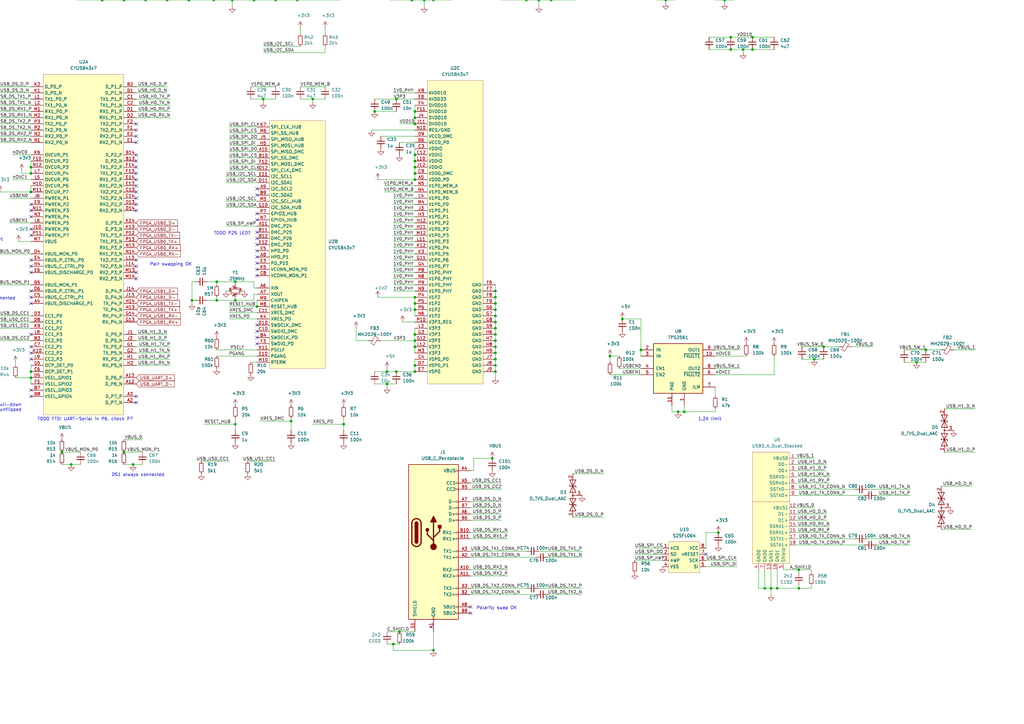
<source format=kicad_sch>
(kicad_sch (version 20210126) (generator eeschema)
  (paper "A3")
  (junction (at 12.7 68.58) (diameter 0.9144))
  (junction (at 12.7 71.12) (diameter 0.9144))
  (junction (at 12.7 78.74) (diameter 0.9144))
  (junction (at 12.7 152.4) (diameter 0.9144))
  (junction (at 12.7 154.94) (diameter 0.9144))
  (junction (at 25.4 185.42) (diameter 0.9144))
  (junction (at 29.21 190.5) (diameter 0.9144))
  (junction (at 41.91 -5.08) (diameter 0.9144))
  (junction (at 41.91 0) (diameter 0.9144))
  (junction (at 50.8 -5.08) (diameter 0.9144))
  (junction (at 50.8 0) (diameter 0.9144))
  (junction (at 50.8 185.42) (diameter 0.9144))
  (junction (at 54.61 190.5) (diameter 0.9144))
  (junction (at 59.69 -5.08) (diameter 0.9144))
  (junction (at 59.69 0) (diameter 0.9144))
  (junction (at 68.58 -5.08) (diameter 0.9144))
  (junction (at 68.58 0) (diameter 0.9144))
  (junction (at 77.47 -5.08) (diameter 0.9144))
  (junction (at 77.47 0) (diameter 0.9144))
  (junction (at 78.74 123.19) (diameter 0.9144))
  (junction (at 87.63 -21.59) (diameter 0.9144))
  (junction (at 87.63 -16.51) (diameter 0.9144))
  (junction (at 87.63 -5.08) (diameter 0.9144))
  (junction (at 87.63 0) (diameter 0.9144))
  (junction (at 88.9 115.57) (diameter 0.9144))
  (junction (at 88.9 123.19) (diameter 0.9144))
  (junction (at 95.25 -5.08) (diameter 0.9144))
  (junction (at 95.25 0) (diameter 0.9144))
  (junction (at 96.52 115.57) (diameter 0.9144))
  (junction (at 96.52 123.19) (diameter 0.9144))
  (junction (at 96.52 173.99) (diameter 0.9144))
  (junction (at 97.79 -21.59) (diameter 0.9144))
  (junction (at 97.79 -16.51) (diameter 0.9144))
  (junction (at 104.14 -5.08) (diameter 0.9144))
  (junction (at 104.14 0) (diameter 0.9144))
  (junction (at 105.41 125.73) (diameter 0.9144))
  (junction (at 107.95 -21.59) (diameter 0.9144))
  (junction (at 107.95 -16.51) (diameter 0.9144))
  (junction (at 107.95 40.64) (diameter 0.9144))
  (junction (at 113.03 -5.08) (diameter 0.9144))
  (junction (at 113.03 0) (diameter 0.9144))
  (junction (at 116.84 -21.59) (diameter 0.9144))
  (junction (at 116.84 -16.51) (diameter 0.9144))
  (junction (at 119.38 172.72) (diameter 0.9144))
  (junction (at 121.92 -5.08) (diameter 0.9144))
  (junction (at 121.92 0) (diameter 0.9144))
  (junction (at 127 -21.59) (diameter 0.9144))
  (junction (at 127 -16.51) (diameter 0.9144))
  (junction (at 128.27 40.64) (diameter 0.9144))
  (junction (at 140.97 173.99) (diameter 0.9144))
  (junction (at 153.67 45.72) (diameter 0.9144))
  (junction (at 158.75 -21.59) (diameter 0.9144))
  (junction (at 158.75 -16.51) (diameter 0.9144))
  (junction (at 158.75 152.4) (diameter 0.9144))
  (junction (at 158.75 157.48) (diameter 0.9144))
  (junction (at 161.29 264.16) (diameter 0.9144))
  (junction (at 162.56 40.64) (diameter 0.9144))
  (junction (at 162.56 152.4) (diameter 0.9144))
  (junction (at 163.83 259.08) (diameter 0.9144))
  (junction (at 168.91 -21.59) (diameter 0.9144))
  (junction (at 168.91 -16.51) (diameter 0.9144))
  (junction (at 168.91 -5.08) (diameter 0.9144))
  (junction (at 168.91 0) (diameter 0.9144))
  (junction (at 170.18 45.72) (diameter 0.9144))
  (junction (at 170.18 48.26) (diameter 0.9144))
  (junction (at 170.18 50.8) (diameter 0.9144))
  (junction (at 170.18 63.5) (diameter 0.9144))
  (junction (at 170.18 66.04) (diameter 0.9144))
  (junction (at 170.18 68.58) (diameter 0.9144))
  (junction (at 170.18 71.12) (diameter 0.9144))
  (junction (at 170.18 73.66) (diameter 0.9144))
  (junction (at 170.18 121.92) (diameter 0.9144))
  (junction (at 170.18 124.46) (diameter 0.9144))
  (junction (at 170.18 127) (diameter 0.9144))
  (junction (at 170.18 137.16) (diameter 0.9144))
  (junction (at 170.18 139.7) (diameter 0.9144))
  (junction (at 170.18 142.24) (diameter 0.9144))
  (junction (at 170.18 149.86) (diameter 0.9144))
  (junction (at 170.18 152.4) (diameter 0.9144))
  (junction (at 173.99 0) (diameter 0.9144))
  (junction (at 177.8 -5.08) (diameter 0.9144))
  (junction (at 177.8 0) (diameter 0.9144))
  (junction (at 177.8 266.7) (diameter 0.9144))
  (junction (at 179.07 -21.59) (diameter 0.9144))
  (junction (at 179.07 -16.51) (diameter 0.9144))
  (junction (at 187.96 -21.59) (diameter 0.9144))
  (junction (at 187.96 -16.51) (diameter 0.9144))
  (junction (at 201.93 187.96) (diameter 0.9144))
  (junction (at 203.2 119.38) (diameter 0.9144))
  (junction (at 203.2 121.92) (diameter 0.9144))
  (junction (at 203.2 124.46) (diameter 0.9144))
  (junction (at 203.2 127) (diameter 0.9144))
  (junction (at 203.2 129.54) (diameter 0.9144))
  (junction (at 203.2 132.08) (diameter 0.9144))
  (junction (at 203.2 134.62) (diameter 0.9144))
  (junction (at 203.2 137.16) (diameter 0.9144))
  (junction (at 203.2 139.7) (diameter 0.9144))
  (junction (at 203.2 142.24) (diameter 0.9144))
  (junction (at 203.2 144.78) (diameter 0.9144))
  (junction (at 203.2 147.32) (diameter 0.9144))
  (junction (at 203.2 149.86) (diameter 0.9144))
  (junction (at 203.2 152.4) (diameter 0.9144))
  (junction (at 215.9 -5.08) (diameter 0.9144))
  (junction (at 215.9 0) (diameter 0.9144))
  (junction (at 220.98 -5.08) (diameter 0.9144))
  (junction (at 220.98 0) (diameter 0.9144))
  (junction (at 226.06 -5.08) (diameter 0.9144))
  (junction (at 226.06 0) (diameter 0.9144))
  (junction (at 250.19 146.05) (diameter 0.9144))
  (junction (at 255.27 130.81) (diameter 0.9144))
  (junction (at 262.89 143.51) (diameter 0.9144))
  (junction (at 273.05 -5.08) (diameter 0.9144))
  (junction (at 273.05 0) (diameter 0.9144))
  (junction (at 278.13 168.91) (diameter 0.9144))
  (junction (at 280.67 168.91) (diameter 0.9144))
  (junction (at 294.64 218.44) (diameter 0.9144))
  (junction (at 297.18 -5.08) (diameter 0.9144))
  (junction (at 297.18 0) (diameter 0.9144))
  (junction (at 299.72 15.24) (diameter 0.9144))
  (junction (at 299.72 20.32) (diameter 0.9144))
  (junction (at 304.8 20.32) (diameter 0.9144))
  (junction (at 308.61 15.24) (diameter 0.9144))
  (junction (at 308.61 20.32) (diameter 0.9144))
  (junction (at 313.69 241.3) (diameter 0.9144))
  (junction (at 316.23 241.3) (diameter 0.9144))
  (junction (at 318.77 241.3) (diameter 0.9144))
  (junction (at 327.66 233.68) (diameter 0.9144))
  (junction (at 327.66 241.3) (diameter 0.9144))
  (junction (at 334.01 147.32) (diameter 0.9144))
  (junction (at 337.82 142.24) (diameter 0.9144))
  (junction (at 375.92 148.59) (diameter 0.9144))
  (junction (at 379.73 143.51) (diameter 0.9144))
  (no_connect (at 12.7 83.82))
  (no_connect (at 12.7 86.36))
  (no_connect (at 12.7 88.9))
  (no_connect (at 12.7 93.98))
  (no_connect (at 12.7 96.52))
  (no_connect (at 12.7 106.68))
  (no_connect (at 12.7 109.22))
  (no_connect (at 12.7 111.76))
  (no_connect (at 12.7 119.38))
  (no_connect (at 12.7 121.92))
  (no_connect (at 12.7 124.46))
  (no_connect (at 12.7 137.16))
  (no_connect (at 12.7 142.24))
  (no_connect (at 12.7 144.78))
  (no_connect (at 12.7 147.32))
  (no_connect (at 12.7 160.02))
  (no_connect (at 12.7 162.56))
  (no_connect (at 55.88 50.8))
  (no_connect (at 55.88 53.34))
  (no_connect (at 55.88 55.88))
  (no_connect (at 55.88 58.42))
  (no_connect (at 55.88 63.5))
  (no_connect (at 55.88 66.04))
  (no_connect (at 55.88 68.58))
  (no_connect (at 55.88 71.12))
  (no_connect (at 55.88 73.66))
  (no_connect (at 55.88 76.2))
  (no_connect (at 55.88 78.74))
  (no_connect (at 55.88 81.28))
  (no_connect (at 55.88 83.82))
  (no_connect (at 55.88 86.36))
  (no_connect (at 55.88 106.68))
  (no_connect (at 55.88 109.22))
  (no_connect (at 55.88 111.76))
  (no_connect (at 55.88 114.3))
  (no_connect (at 55.88 162.56))
  (no_connect (at 55.88 165.1))
  (no_connect (at 105.41 77.47))
  (no_connect (at 105.41 80.01))
  (no_connect (at 105.41 87.63))
  (no_connect (at 105.41 90.17))
  (no_connect (at 105.41 95.25))
  (no_connect (at 105.41 97.79))
  (no_connect (at 105.41 100.33))
  (no_connect (at 105.41 102.87))
  (no_connect (at 105.41 105.41))
  (no_connect (at 105.41 107.95))
  (no_connect (at 105.41 110.49))
  (no_connect (at 105.41 113.03))
  (no_connect (at 105.41 133.35))
  (no_connect (at 105.41 135.89))
  (no_connect (at 105.41 138.43))
  (no_connect (at 105.41 140.97))
  (no_connect (at 193.04 248.92))
  (no_connect (at 193.04 251.46))
  (no_connect (at 289.56 227.33))
  (wire (pts (xy -1.27 40.64) (xy 12.7 40.64)))
  (wire (pts (xy -1.27 43.18) (xy 12.7 43.18)))
  (wire (pts (xy -1.27 45.72) (xy 12.7 45.72)))
  (wire (pts (xy -1.27 48.26) (xy 12.7 48.26)))
  (wire (pts (xy -1.27 50.8) (xy 12.7 50.8)))
  (wire (pts (xy -1.27 53.34) (xy 12.7 53.34)))
  (wire (pts (xy -1.27 55.88) (xy 12.7 55.88)))
  (wire (pts (xy -1.27 58.42) (xy 12.7 58.42)))
  (wire (pts (xy -1.27 104.14) (xy 12.7 104.14)))
  (wire (pts (xy -1.27 116.84) (xy 12.7 116.84)))
  (wire (pts (xy -1.27 132.08) (xy 12.7 132.08)))
  (wire (pts (xy -1.27 134.62) (xy 12.7 134.62)))
  (wire (pts (xy 0 35.56) (xy 12.7 35.56)))
  (wire (pts (xy 0 38.1) (xy 12.7 38.1)))
  (wire (pts (xy 0 78.74) (xy 12.7 78.74)))
  (wire (pts (xy 0 129.54) (xy 12.7 129.54)))
  (wire (pts (xy 0 139.7) (xy 12.7 139.7)))
  (wire (pts (xy 3.81 81.28) (xy 12.7 81.28)))
  (wire (pts (xy 3.81 91.44) (xy 12.7 91.44)))
  (wire (pts (xy 5.08 63.5) (xy 12.7 63.5)))
  (wire (pts (xy 5.08 73.66) (xy 12.7 73.66)))
  (wire (pts (xy 6.35 149.86) (xy 6.35 148.59)))
  (wire (pts (xy 6.35 154.94) (xy 12.7 154.94)))
  (wire (pts (xy 7.62 99.06) (xy 12.7 99.06)))
  (wire (pts (xy 8.89 71.12) (xy 8.89 69.85)))
  (wire (pts (xy 12.7 66.04) (xy 12.7 68.58)))
  (wire (pts (xy 12.7 68.58) (xy 12.7 71.12)))
  (wire (pts (xy 12.7 71.12) (xy 8.89 71.12)))
  (wire (pts (xy 12.7 76.2) (xy 12.7 78.74)))
  (wire (pts (xy 12.7 149.86) (xy 12.7 152.4)))
  (wire (pts (xy 12.7 152.4) (xy 12.7 154.94)))
  (wire (pts (xy 12.7 154.94) (xy 12.7 157.48)))
  (wire (pts (xy 25.4 185.42) (xy 33.02 185.42)))
  (wire (pts (xy 25.4 190.5) (xy 29.21 190.5)))
  (wire (pts (xy 29.21 190.5) (xy 33.02 190.5)))
  (wire (pts (xy 31.75 -5.08) (xy 41.91 -5.08)))
  (wire (pts (xy 31.75 0) (xy 41.91 0)))
  (wire (pts (xy 41.91 -5.08) (xy 50.8 -5.08)))
  (wire (pts (xy 41.91 0) (xy 50.8 0)))
  (wire (pts (xy 50.8 -5.08) (xy 59.69 -5.08)))
  (wire (pts (xy 50.8 0) (xy 59.69 0)))
  (wire (pts (xy 50.8 180.34) (xy 58.42 180.34)))
  (wire (pts (xy 50.8 185.42) (xy 58.42 185.42)))
  (wire (pts (xy 50.8 190.5) (xy 54.61 190.5)))
  (wire (pts (xy 54.61 190.5) (xy 58.42 190.5)))
  (wire (pts (xy 55.88 35.56) (xy 68.58 35.56)))
  (wire (pts (xy 55.88 38.1) (xy 68.58 38.1)))
  (wire (pts (xy 55.88 40.64) (xy 69.85 40.64)))
  (wire (pts (xy 55.88 43.18) (xy 69.85 43.18)))
  (wire (pts (xy 55.88 45.72) (xy 69.85 45.72)))
  (wire (pts (xy 55.88 48.26) (xy 69.85 48.26)))
  (wire (pts (xy 55.88 137.16) (xy 68.58 137.16)))
  (wire (pts (xy 55.88 139.7) (xy 68.58 139.7)))
  (wire (pts (xy 55.88 142.24) (xy 69.85 142.24)))
  (wire (pts (xy 55.88 144.78) (xy 69.85 144.78)))
  (wire (pts (xy 55.88 147.32) (xy 69.85 147.32)))
  (wire (pts (xy 55.88 149.86) (xy 69.85 149.86)))
  (wire (pts (xy 59.69 -5.08) (xy 68.58 -5.08)))
  (wire (pts (xy 59.69 0) (xy 68.58 0)))
  (wire (pts (xy 68.58 -5.08) (xy 77.47 -5.08)))
  (wire (pts (xy 68.58 0) (xy 77.47 0)))
  (wire (pts (xy 77.47 -21.59) (xy 87.63 -21.59)))
  (wire (pts (xy 77.47 -16.51) (xy 87.63 -16.51)))
  (wire (pts (xy 77.47 -5.08) (xy 87.63 -5.08)))
  (wire (pts (xy 77.47 0) (xy 87.63 0)))
  (wire (pts (xy 78.74 115.57) (xy 80.01 115.57)))
  (wire (pts (xy 78.74 123.19) (xy 78.74 115.57)))
  (wire (pts (xy 78.74 123.19) (xy 80.01 123.19)))
  (wire (pts (xy 78.74 124.46) (xy 78.74 123.19)))
  (wire (pts (xy 82.55 189.23) (xy 93.98 189.23)))
  (wire (pts (xy 83.82 173.99) (xy 96.52 173.99)))
  (wire (pts (xy 85.09 115.57) (xy 88.9 115.57)))
  (wire (pts (xy 87.63 -21.59) (xy 97.79 -21.59)))
  (wire (pts (xy 87.63 -16.51) (xy 97.79 -16.51)))
  (wire (pts (xy 87.63 -5.08) (xy 95.25 -5.08)))
  (wire (pts (xy 87.63 0) (xy 95.25 0)))
  (wire (pts (xy 88.9 115.57) (xy 88.9 116.84)))
  (wire (pts (xy 88.9 115.57) (xy 96.52 115.57)))
  (wire (pts (xy 88.9 121.92) (xy 88.9 123.19)))
  (wire (pts (xy 88.9 123.19) (xy 85.09 123.19)))
  (wire (pts (xy 88.9 123.19) (xy 96.52 123.19)))
  (wire (pts (xy 88.9 143.51) (xy 105.41 143.51)))
  (wire (pts (xy 88.9 146.05) (xy 105.41 146.05)))
  (wire (pts (xy 92.71 72.39) (xy 105.41 72.39)))
  (wire (pts (xy 92.71 74.93) (xy 105.41 74.93)))
  (wire (pts (xy 92.71 82.55) (xy 105.41 82.55)))
  (wire (pts (xy 92.71 85.09) (xy 105.41 85.09)))
  (wire (pts (xy 92.71 92.71) (xy 105.41 92.71)))
  (wire (pts (xy 92.71 119.38) (xy 93.98 119.38)))
  (wire (pts (xy 93.98 52.07) (xy 105.41 52.07)))
  (wire (pts (xy 93.98 54.61) (xy 105.41 54.61)))
  (wire (pts (xy 93.98 57.15) (xy 105.41 57.15)))
  (wire (pts (xy 93.98 59.69) (xy 105.41 59.69)))
  (wire (pts (xy 93.98 62.23) (xy 105.41 62.23)))
  (wire (pts (xy 93.98 64.77) (xy 105.41 64.77)))
  (wire (pts (xy 93.98 67.31) (xy 105.41 67.31)))
  (wire (pts (xy 93.98 69.85) (xy 105.41 69.85)))
  (wire (pts (xy 93.98 125.73) (xy 105.41 125.73)))
  (wire (pts (xy 93.98 128.27) (xy 105.41 128.27)))
  (wire (pts (xy 93.98 130.81) (xy 105.41 130.81)))
  (wire (pts (xy 95.25 -5.08) (xy 104.14 -5.08)))
  (wire (pts (xy 95.25 0) (xy 95.25 2.54)))
  (wire (pts (xy 95.25 0) (xy 104.14 0)))
  (wire (pts (xy 96.52 115.57) (xy 96.52 116.84)))
  (wire (pts (xy 96.52 115.57) (xy 104.14 115.57)))
  (wire (pts (xy 96.52 121.92) (xy 96.52 123.19)))
  (wire (pts (xy 96.52 123.19) (xy 104.14 123.19)))
  (wire (pts (xy 96.52 171.45) (xy 96.52 173.99)))
  (wire (pts (xy 96.52 176.53) (xy 96.52 173.99)))
  (wire (pts (xy 97.79 -21.59) (xy 107.95 -21.59)))
  (wire (pts (xy 97.79 -16.51) (xy 107.95 -16.51)))
  (wire (pts (xy 99.06 119.38) (xy 100.33 119.38)))
  (wire (pts (xy 101.6 189.23) (xy 113.03 189.23)))
  (wire (pts (xy 102.87 35.56) (xy 113.03 35.56)))
  (wire (pts (xy 102.87 40.64) (xy 107.95 40.64)))
  (wire (pts (xy 102.87 148.59) (xy 105.41 148.59)))
  (wire (pts (xy 104.14 -5.08) (xy 113.03 -5.08)))
  (wire (pts (xy 104.14 0) (xy 113.03 0)))
  (wire (pts (xy 104.14 115.57) (xy 104.14 118.11)))
  (wire (pts (xy 104.14 120.65) (xy 104.14 123.19)))
  (wire (pts (xy 105.41 118.11) (xy 104.14 118.11)))
  (wire (pts (xy 105.41 120.65) (xy 104.14 120.65)))
  (wire (pts (xy 105.41 123.19) (xy 105.41 125.73)))
  (wire (pts (xy 106.68 172.72) (xy 119.38 172.72)))
  (wire (pts (xy 107.95 -21.59) (xy 116.84 -21.59)))
  (wire (pts (xy 107.95 -16.51) (xy 116.84 -16.51)))
  (wire (pts (xy 107.95 19.05) (xy 123.19 19.05)))
  (wire (pts (xy 107.95 21.59) (xy 133.35 21.59)))
  (wire (pts (xy 107.95 40.64) (xy 107.95 41.91)))
  (wire (pts (xy 107.95 40.64) (xy 113.03 40.64)))
  (wire (pts (xy 113.03 -5.08) (xy 121.92 -5.08)))
  (wire (pts (xy 113.03 0) (xy 121.92 0)))
  (wire (pts (xy 116.84 -21.59) (xy 127 -21.59)))
  (wire (pts (xy 116.84 -16.51) (xy 127 -16.51)))
  (wire (pts (xy 119.38 172.72) (xy 119.38 171.45)))
  (wire (pts (xy 119.38 172.72) (xy 119.38 176.53)))
  (wire (pts (xy 121.92 -5.08) (xy 139.7 -5.08)))
  (wire (pts (xy 121.92 0) (xy 139.7 0)))
  (wire (pts (xy 123.19 11.43) (xy 123.19 13.97)))
  (wire (pts (xy 123.19 35.56) (xy 133.35 35.56)))
  (wire (pts (xy 123.19 40.64) (xy 128.27 40.64)))
  (wire (pts (xy 127 -21.59) (xy 135.89 -21.59)))
  (wire (pts (xy 127 -16.51) (xy 135.89 -16.51)))
  (wire (pts (xy 128.27 40.64) (xy 128.27 41.91)))
  (wire (pts (xy 128.27 40.64) (xy 133.35 40.64)))
  (wire (pts (xy 128.27 173.99) (xy 140.97 173.99)))
  (wire (pts (xy 133.35 11.43) (xy 133.35 13.97)))
  (wire (pts (xy 133.35 21.59) (xy 133.35 19.05)))
  (wire (pts (xy 140.97 173.99) (xy 140.97 171.45)))
  (wire (pts (xy 140.97 173.99) (xy 140.97 176.53)))
  (wire (pts (xy 146.05 134.62) (xy 146.05 139.7)))
  (wire (pts (xy 146.05 139.7) (xy 151.13 139.7)))
  (wire (pts (xy 148.59 -21.59) (xy 158.75 -21.59)))
  (wire (pts (xy 148.59 -16.51) (xy 158.75 -16.51)))
  (wire (pts (xy 152.4 53.34) (xy 170.18 53.34)))
  (wire (pts (xy 153.67 40.64) (xy 162.56 40.64)))
  (wire (pts (xy 153.67 45.72) (xy 162.56 45.72)))
  (wire (pts (xy 153.67 152.4) (xy 158.75 152.4)))
  (wire (pts (xy 153.67 157.48) (xy 158.75 157.48)))
  (wire (pts (xy 154.94 73.66) (xy 170.18 73.66)))
  (wire (pts (xy 154.94 121.92) (xy 170.18 121.92)))
  (wire (pts (xy 156.21 55.88) (xy 170.18 55.88)))
  (wire (pts (xy 156.21 139.7) (xy 170.18 139.7)))
  (wire (pts (xy 157.48 76.2) (xy 170.18 76.2)))
  (wire (pts (xy 157.48 78.74) (xy 170.18 78.74)))
  (wire (pts (xy 158.75 -21.59) (xy 168.91 -21.59)))
  (wire (pts (xy 158.75 -16.51) (xy 168.91 -16.51)))
  (wire (pts (xy 158.75 151.13) (xy 158.75 152.4)))
  (wire (pts (xy 158.75 152.4) (xy 162.56 152.4)))
  (wire (pts (xy 158.75 157.48) (xy 158.75 158.75)))
  (wire (pts (xy 158.75 157.48) (xy 162.56 157.48)))
  (wire (pts (xy 158.75 259.08) (xy 163.83 259.08)))
  (wire (pts (xy 158.75 264.16) (xy 161.29 264.16)))
  (wire (pts (xy 160.02 -5.08) (xy 168.91 -5.08)))
  (wire (pts (xy 160.02 0) (xy 168.91 0)))
  (wire (pts (xy 161.29 38.1) (xy 170.18 38.1)))
  (wire (pts (xy 161.29 81.28) (xy 170.18 81.28)))
  (wire (pts (xy 161.29 83.82) (xy 170.18 83.82)))
  (wire (pts (xy 161.29 86.36) (xy 170.18 86.36)))
  (wire (pts (xy 161.29 88.9) (xy 170.18 88.9)))
  (wire (pts (xy 161.29 91.44) (xy 170.18 91.44)))
  (wire (pts (xy 161.29 93.98) (xy 170.18 93.98)))
  (wire (pts (xy 161.29 96.52) (xy 170.18 96.52)))
  (wire (pts (xy 161.29 99.06) (xy 170.18 99.06)))
  (wire (pts (xy 161.29 101.6) (xy 170.18 101.6)))
  (wire (pts (xy 161.29 104.14) (xy 170.18 104.14)))
  (wire (pts (xy 161.29 106.68) (xy 170.18 106.68)))
  (wire (pts (xy 161.29 109.22) (xy 170.18 109.22)))
  (wire (pts (xy 161.29 111.76) (xy 170.18 111.76)))
  (wire (pts (xy 161.29 114.3) (xy 170.18 114.3)))
  (wire (pts (xy 161.29 116.84) (xy 170.18 116.84)))
  (wire (pts (xy 161.29 119.38) (xy 170.18 119.38)))
  (wire (pts (xy 161.29 264.16) (xy 161.29 266.7)))
  (wire (pts (xy 161.29 264.16) (xy 163.83 264.16)))
  (wire (pts (xy 161.29 266.7) (xy 177.8 266.7)))
  (wire (pts (xy 162.56 40.64) (xy 170.18 40.64)))
  (wire (pts (xy 162.56 152.4) (xy 170.18 152.4)))
  (wire (pts (xy 163.83 50.8) (xy 170.18 50.8)))
  (wire (pts (xy 163.83 58.42) (xy 170.18 58.42)))
  (wire (pts (xy 163.83 259.08) (xy 170.18 259.08)))
  (wire (pts (xy 165.1 132.08) (xy 170.18 132.08)))
  (wire (pts (xy 168.91 -21.59) (xy 179.07 -21.59)))
  (wire (pts (xy 168.91 -16.51) (xy 179.07 -16.51)))
  (wire (pts (xy 168.91 -5.08) (xy 177.8 -5.08)))
  (wire (pts (xy 168.91 0) (xy 173.99 0)))
  (wire (pts (xy 170.18 43.18) (xy 170.18 45.72)))
  (wire (pts (xy 170.18 45.72) (xy 170.18 48.26)))
  (wire (pts (xy 170.18 48.26) (xy 170.18 50.8)))
  (wire (pts (xy 170.18 60.96) (xy 170.18 63.5)))
  (wire (pts (xy 170.18 63.5) (xy 170.18 66.04)))
  (wire (pts (xy 170.18 66.04) (xy 170.18 68.58)))
  (wire (pts (xy 170.18 68.58) (xy 170.18 71.12)))
  (wire (pts (xy 170.18 71.12) (xy 170.18 73.66)))
  (wire (pts (xy 170.18 124.46) (xy 170.18 121.92)))
  (wire (pts (xy 170.18 127) (xy 170.18 124.46)))
  (wire (pts (xy 170.18 129.54) (xy 170.18 127)))
  (wire (pts (xy 170.18 134.62) (xy 170.18 137.16)))
  (wire (pts (xy 170.18 137.16) (xy 170.18 139.7)))
  (wire (pts (xy 170.18 139.7) (xy 170.18 142.24)))
  (wire (pts (xy 170.18 142.24) (xy 170.18 144.78)))
  (wire (pts (xy 170.18 147.32) (xy 170.18 149.86)))
  (wire (pts (xy 170.18 149.86) (xy 170.18 152.4)))
  (wire (pts (xy 173.99 0) (xy 173.99 2.54)))
  (wire (pts (xy 173.99 0) (xy 177.8 0)))
  (wire (pts (xy 177.8 -5.08) (xy 185.42 -5.08)))
  (wire (pts (xy 177.8 0) (xy 185.42 0)))
  (wire (pts (xy 177.8 259.08) (xy 177.8 266.7)))
  (wire (pts (xy 179.07 -21.59) (xy 187.96 -21.59)))
  (wire (pts (xy 179.07 -16.51) (xy 187.96 -16.51)))
  (wire (pts (xy 187.96 -21.59) (xy 196.85 -21.59)))
  (wire (pts (xy 187.96 -16.51) (xy 196.85 -16.51)))
  (wire (pts (xy 193.04 198.12) (xy 205.74 198.12)))
  (wire (pts (xy 193.04 200.66) (xy 205.74 200.66)))
  (wire (pts (xy 193.04 205.74) (xy 205.74 205.74)))
  (wire (pts (xy 193.04 208.28) (xy 205.74 208.28)))
  (wire (pts (xy 193.04 210.82) (xy 205.74 210.82)))
  (wire (pts (xy 193.04 213.36) (xy 205.74 213.36)))
  (wire (pts (xy 193.04 218.44) (xy 208.28 218.44)))
  (wire (pts (xy 193.04 220.98) (xy 208.28 220.98)))
  (wire (pts (xy 193.04 226.06) (xy 215.9 226.06)))
  (wire (pts (xy 193.04 228.6) (xy 219.71 228.6)))
  (wire (pts (xy 193.04 233.68) (xy 208.28 233.68)))
  (wire (pts (xy 193.04 236.22) (xy 208.28 236.22)))
  (wire (pts (xy 193.04 241.3) (xy 215.9 241.3)))
  (wire (pts (xy 193.04 243.84) (xy 219.71 243.84)))
  (wire (pts (xy 194.31 187.96) (xy 194.31 193.04)))
  (wire (pts (xy 194.31 187.96) (xy 201.93 187.96)))
  (wire (pts (xy 194.31 193.04) (xy 193.04 193.04)))
  (wire (pts (xy 203.2 116.84) (xy 203.2 119.38)))
  (wire (pts (xy 203.2 119.38) (xy 203.2 121.92)))
  (wire (pts (xy 203.2 121.92) (xy 203.2 124.46)))
  (wire (pts (xy 203.2 124.46) (xy 203.2 127)))
  (wire (pts (xy 203.2 127) (xy 203.2 129.54)))
  (wire (pts (xy 203.2 129.54) (xy 203.2 132.08)))
  (wire (pts (xy 203.2 132.08) (xy 203.2 134.62)))
  (wire (pts (xy 203.2 134.62) (xy 203.2 137.16)))
  (wire (pts (xy 203.2 137.16) (xy 203.2 139.7)))
  (wire (pts (xy 203.2 139.7) (xy 203.2 142.24)))
  (wire (pts (xy 203.2 142.24) (xy 203.2 144.78)))
  (wire (pts (xy 203.2 144.78) (xy 203.2 147.32)))
  (wire (pts (xy 203.2 147.32) (xy 203.2 149.86)))
  (wire (pts (xy 203.2 149.86) (xy 203.2 152.4)))
  (wire (pts (xy 203.2 152.4) (xy 203.2 154.94)))
  (wire (pts (xy 205.74 -5.08) (xy 215.9 -5.08)))
  (wire (pts (xy 205.74 0) (xy 215.9 0)))
  (wire (pts (xy 215.9 -5.08) (xy 220.98 -5.08)))
  (wire (pts (xy 215.9 0) (xy 220.98 0)))
  (wire (pts (xy 220.98 -7.62) (xy 220.98 -5.08)))
  (wire (pts (xy 220.98 -5.08) (xy 226.06 -5.08)))
  (wire (pts (xy 220.98 0) (xy 220.98 2.54)))
  (wire (pts (xy 220.98 0) (xy 226.06 0)))
  (wire (pts (xy 220.98 226.06) (xy 238.76 226.06)))
  (wire (pts (xy 220.98 241.3) (xy 238.76 241.3)))
  (wire (pts (xy 224.79 228.6) (xy 238.76 228.6)))
  (wire (pts (xy 224.79 243.84) (xy 238.76 243.84)))
  (wire (pts (xy 226.06 -5.08) (xy 236.22 -5.08)))
  (wire (pts (xy 226.06 0) (xy 236.22 0)))
  (wire (pts (xy 234.95 194.31) (xy 247.65 194.31)))
  (wire (pts (xy 234.95 212.09) (xy 247.65 212.09)))
  (wire (pts (xy 250.19 146.05) (xy 250.19 148.59)))
  (wire (pts (xy 250.19 146.05) (xy 254 146.05)))
  (wire (pts (xy 250.19 153.67) (xy 262.89 153.67)))
  (wire (pts (xy 254 151.13) (xy 262.89 151.13)))
  (wire (pts (xy 260.35 224.79) (xy 271.78 224.79)))
  (wire (pts (xy 260.35 227.33) (xy 271.78 227.33)))
  (wire (pts (xy 260.35 229.87) (xy 271.78 229.87)))
  (wire (pts (xy 262.89 130.81) (xy 255.27 130.81)))
  (wire (pts (xy 262.89 143.51) (xy 262.89 130.81)))
  (wire (pts (xy 262.89 143.51) (xy 262.89 146.05)))
  (wire (pts (xy 269.24 -5.08) (xy 273.05 -5.08)))
  (wire (pts (xy 269.24 0) (xy 273.05 0)))
  (wire (pts (xy 273.05 -6.35) (xy 273.05 -5.08)))
  (wire (pts (xy 273.05 -5.08) (xy 276.86 -5.08)))
  (wire (pts (xy 273.05 0) (xy 273.05 1.27)))
  (wire (pts (xy 273.05 0) (xy 276.86 0)))
  (wire (pts (xy 275.59 166.37) (xy 275.59 168.91)))
  (wire (pts (xy 275.59 168.91) (xy 278.13 168.91)))
  (wire (pts (xy 280.67 166.37) (xy 280.67 168.91)))
  (wire (pts (xy 280.67 168.91) (xy 278.13 168.91)))
  (wire (pts (xy 289.56 218.44) (xy 294.64 218.44)))
  (wire (pts (xy 289.56 224.79) (xy 289.56 218.44)))
  (wire (pts (xy 289.56 229.87) (xy 302.26 229.87)))
  (wire (pts (xy 289.56 232.41) (xy 302.26 232.41)))
  (wire (pts (xy 290.83 15.24) (xy 299.72 15.24)))
  (wire (pts (xy 290.83 20.32) (xy 299.72 20.32)))
  (wire (pts (xy 293.37 -5.08) (xy 297.18 -5.08)))
  (wire (pts (xy 293.37 0) (xy 297.18 0)))
  (wire (pts (xy 293.37 143.51) (xy 303.53 143.51)))
  (wire (pts (xy 293.37 146.05) (xy 306.07 146.05)))
  (wire (pts (xy 293.37 151.13) (xy 303.53 151.13)))
  (wire (pts (xy 293.37 153.67) (xy 317.5 153.67)))
  (wire (pts (xy 293.37 158.75) (xy 293.37 162.56)))
  (wire (pts (xy 293.37 167.64) (xy 293.37 168.91)))
  (wire (pts (xy 293.37 168.91) (xy 280.67 168.91)))
  (wire (pts (xy 297.18 -6.35) (xy 297.18 -5.08)))
  (wire (pts (xy 297.18 -5.08) (xy 300.99 -5.08)))
  (wire (pts (xy 297.18 0) (xy 297.18 1.27)))
  (wire (pts (xy 297.18 0) (xy 300.99 0)))
  (wire (pts (xy 299.72 15.24) (xy 308.61 15.24)))
  (wire (pts (xy 299.72 20.32) (xy 304.8 20.32)))
  (wire (pts (xy 304.8 20.32) (xy 304.8 21.59)))
  (wire (pts (xy 304.8 20.32) (xy 308.61 20.32)))
  (wire (pts (xy 308.61 15.24) (xy 317.5 15.24)))
  (wire (pts (xy 308.61 20.32) (xy 317.5 20.32)))
  (wire (pts (xy 311.15 233.68) (xy 311.15 241.3)))
  (wire (pts (xy 311.15 241.3) (xy 313.69 241.3)))
  (wire (pts (xy 313.69 233.68) (xy 313.69 241.3)))
  (wire (pts (xy 313.69 241.3) (xy 316.23 241.3)))
  (wire (pts (xy 316.23 233.68) (xy 316.23 241.3)))
  (wire (pts (xy 316.23 241.3) (xy 316.23 243.84)))
  (wire (pts (xy 316.23 241.3) (xy 318.77 241.3)))
  (wire (pts (xy 317.5 153.67) (xy 317.5 146.05)))
  (wire (pts (xy 318.77 233.68) (xy 318.77 241.3)))
  (wire (pts (xy 318.77 241.3) (xy 327.66 241.3)))
  (wire (pts (xy 321.31 233.68) (xy 327.66 233.68)))
  (wire (pts (xy 326.39 187.96) (xy 334.01 187.96)))
  (wire (pts (xy 326.39 190.5) (xy 339.09 190.5)))
  (wire (pts (xy 326.39 193.04) (xy 339.09 193.04)))
  (wire (pts (xy 326.39 195.58) (xy 340.36 195.58)))
  (wire (pts (xy 326.39 198.12) (xy 340.36 198.12)))
  (wire (pts (xy 326.39 200.66) (xy 350.52 200.66)))
  (wire (pts (xy 326.39 203.2) (xy 354.33 203.2)))
  (wire (pts (xy 326.39 208.28) (xy 334.01 208.28)))
  (wire (pts (xy 326.39 210.82) (xy 339.09 210.82)))
  (wire (pts (xy 326.39 213.36) (xy 339.09 213.36)))
  (wire (pts (xy 326.39 215.9) (xy 340.36 215.9)))
  (wire (pts (xy 326.39 218.44) (xy 340.36 218.44)))
  (wire (pts (xy 326.39 220.98) (xy 350.52 220.98)))
  (wire (pts (xy 326.39 223.52) (xy 354.33 223.52)))
  (wire (pts (xy 327.66 233.68) (xy 327.66 234.95)))
  (wire (pts (xy 327.66 233.68) (xy 332.74 233.68)))
  (wire (pts (xy 327.66 240.03) (xy 327.66 241.3)))
  (wire (pts (xy 328.93 142.24) (xy 337.82 142.24)))
  (wire (pts (xy 328.93 147.32) (xy 334.01 147.32)))
  (wire (pts (xy 332.74 233.68) (xy 332.74 234.95)))
  (wire (pts (xy 332.74 240.03) (xy 332.74 241.3)))
  (wire (pts (xy 332.74 241.3) (xy 327.66 241.3)))
  (wire (pts (xy 334.01 147.32) (xy 337.82 147.32)))
  (wire (pts (xy 337.82 142.24) (xy 344.17 142.24)))
  (wire (pts (xy 349.25 142.24) (xy 358.14 142.24)))
  (wire (pts (xy 355.6 200.66) (xy 373.38 200.66)))
  (wire (pts (xy 355.6 220.98) (xy 373.38 220.98)))
  (wire (pts (xy 359.41 203.2) (xy 373.38 203.2)))
  (wire (pts (xy 359.41 223.52) (xy 373.38 223.52)))
  (wire (pts (xy 370.84 143.51) (xy 379.73 143.51)))
  (wire (pts (xy 370.84 148.59) (xy 375.92 148.59)))
  (wire (pts (xy 375.92 148.59) (xy 379.73 148.59)))
  (wire (pts (xy 379.73 143.51) (xy 386.08 143.51)))
  (wire (pts (xy 386.08 199.39) (xy 398.78 199.39)))
  (wire (pts (xy 386.08 217.17) (xy 398.78 217.17)))
  (wire (pts (xy 387.35 167.64) (xy 400.05 167.64)))
  (wire (pts (xy 387.35 185.42) (xy 400.05 185.42)))
  (wire (pts (xy 391.16 143.51) (xy 400.05 143.51)))
  (text "TODO check VBUS port" (at 1.27 99.06 180) (effects (font (size 1.27 1.27)) (justify right bottom)))
  (text "Discharge unimplemented" (at 6.35 123.19 180) (effects (font (size 1.27 1.27)) (justify right bottom)))
  (text "CC2 open, CC1 pull-down\nport unflipped" (at 8.89 168.91 180) (effects (font (size 1.27 1.27)) (justify right bottom)))
  (text "DS1 always connected" (at 45.72 195.58 0) (effects (font (size 1.27 1.27)) (justify left bottom)))
  (text "TODO FTDI UART-Serial in P6, check P7" (at 54.61 172.72 180) (effects (font (size 1.27 1.27)) (justify right bottom)))
  (text "Pair swapping OK" (at 78.74 109.22 180) (effects (font (size 1.27 1.27)) (justify right bottom)))
  (text "NOTE bypass capacitors for unused port removed (P7)" (at 88.9 -6.35 0) (effects (font (size 1.27 1.27)) (justify left bottom)))
  (text "TODO P25 LED?" (at 102.87 96.52 180) (effects (font (size 1.27 1.27)) (justify right bottom)))
  (text "VDDIO / V3P3_REG" (at 133.35 -22.86 180) (effects (font (size 1.27 1.27)) (justify right bottom)))
  (text "V3P3" (at 189.23 -22.86 180) (effects (font (size 1.27 1.27)) (justify right bottom)))
  (text "Polarity swap OK" (at 212.09 250.19 180) (effects (font (size 1.27 1.27)) (justify right bottom)))
  (text "VDD_DMC" (at 285.75 -6.35 180) (effects (font (size 1.27 1.27)) (justify right bottom)))
  (text "1.2A limit" (at 295.91 172.72 180) (effects (font (size 1.27 1.27)) (justify right bottom)))
  (text "VDD_PD" (at 308.61 -6.35 180) (effects (font (size 1.27 1.27)) (justify right bottom)))
  (label "USB_DS_TX1_P" (at -1.27 40.64 0))
  (label "USB_DS_TX1_N" (at -1.27 43.18 0))
  (label "USB_DS_RX1_P" (at -1.27 45.72 0))
  (label "USB_DS_RX1_N" (at -1.27 48.26 0))
  (label "USB_DS_TX2_P" (at -1.27 50.8 0))
  (label "USB_DS_TX2_N" (at -1.27 53.34 0))
  (label "USB_DS_RX2_P" (at -1.27 55.88 0))
  (label "USB_DS_RX2_N" (at -1.27 58.42 0))
  (label "VBUS_MON_P0" (at -1.27 104.14 0))
  (label "VBUS_MON_P1" (at -1.27 116.84 0))
  (label "USB_US0_CC1" (at -1.27 132.08 0))
  (label "USB_US1_CC1" (at -1.27 134.62 0))
  (label "USB_DS_D_P" (at 0 35.56 0))
  (label "USB_DS_D_N" (at 0 38.1 0))
  (label "USB_DS_CC1" (at 0 129.54 0))
  (label "USB_DS_CC2" (at 0 139.7 0))
  (label "USBEN0" (at 3.81 81.28 0))
  (label "USBEN1" (at 3.81 91.44 0))
  (label "nOVC0" (at 5.08 63.5 0))
  (label "nOVC1" (at 5.08 73.66 0))
  (label "VBUS_MON_P0" (at 26.67 185.42 0))
  (label "VBUS_MON_P1" (at 52.07 185.42 0))
  (label "VBUS_0" (at 58.42 180.34 180))
  (label "USB_H0_D_P" (at 68.58 35.56 180))
  (label "USB_H0_D_N" (at 68.58 38.1 180))
  (label "USB_H1_D_N" (at 68.58 137.16 180))
  (label "USB_H1_D_P" (at 68.58 139.7 180))
  (label "USB_H0_TX_P" (at 69.85 40.64 180))
  (label "USB_H0_TX_N" (at 69.85 43.18 180))
  (label "USB_H0_RX_P" (at 69.85 45.72 180))
  (label "USB_H0_RX_N" (at 69.85 48.26 180))
  (label "USB_H1_TX_P" (at 69.85 142.24 180))
  (label "USB_H1_TX_N" (at 69.85 144.78 180))
  (label "USB_H1_RX_P" (at 69.85 147.32 180))
  (label "USB_H1_RX_N" (at 69.85 149.86 180))
  (label "RESET_HUB" (at 83.82 173.99 0))
  (label "USB_I2C_SCL" (at 92.71 72.39 0))
  (label "USB_I2C_SDA" (at 92.71 74.93 0))
  (label "USB_I2C_SCL" (at 92.71 82.55 0))
  (label "USB_I2C_SDA" (at 92.71 85.09 0))
  (label "USB_SP_nWP" (at 92.71 92.71 0))
  (label "USB_SPI_CLK" (at 93.98 52.07 0))
  (label "USB_SPI_CS" (at 93.98 54.61 0))
  (label "USB_SPI_DO" (at 93.98 57.15 0))
  (label "USB_SPI_DI" (at 93.98 59.69 0))
  (label "USB_SPI_DO" (at 93.98 62.23 0))
  (label "USB_SPI_CS" (at 93.98 64.77 0))
  (label "USB_SPI_DI" (at 93.98 67.31 0))
  (label "USB_SPI_CLK" (at 93.98 69.85 0))
  (label "RESET_HUB" (at 93.98 125.73 0))
  (label "XRES_DMC" (at 93.98 128.27 0))
  (label "XRES_PD" (at 93.98 130.81 0))
  (label "USB_US0_CC1" (at 93.98 189.23 180))
  (label "1V0_PHY" (at 99.06 -5.08 180))
  (label "PSELF" (at 100.33 143.51 180))
  (label "PGANG" (at 100.33 146.05 180))
  (label "V1P0_MEM_A" (at 102.87 35.56 0))
  (label "XRES_DMC" (at 106.68 172.72 0))
  (label "USB_I2C_SCL" (at 107.95 19.05 0))
  (label "USB_I2C_SDA" (at 107.95 21.59 0))
  (label "USB_US1_CC1" (at 113.03 189.23 180))
  (label "V1P0_MEM_B" (at 123.19 35.56 0))
  (label "XRES_PD" (at 128.27 173.99 0))
  (label "V1P0_MEM_A" (at 157.48 76.2 0))
  (label "V1P0_MEM_B" (at 157.48 78.74 0))
  (label "C_SHIELD" (at 158.75 259.08 0))
  (label "1V0_PHY" (at 161.29 38.1 0))
  (label "1V0_PHY" (at 161.29 81.28 0))
  (label "1V0_PHY" (at 161.29 83.82 0))
  (label "1V0_PHY" (at 161.29 86.36 0))
  (label "1V0_PHY" (at 161.29 88.9 0))
  (label "1V0_PHY" (at 161.29 91.44 0))
  (label "1V0_PHY" (at 161.29 93.98 0))
  (label "1V0_PHY" (at 161.29 96.52 0))
  (label "1V0_PHY" (at 161.29 99.06 0))
  (label "1V0_PHY" (at 161.29 101.6 0))
  (label "1V0_PHY" (at 161.29 104.14 0))
  (label "1V0_PHY" (at 161.29 106.68 0))
  (label "1V0_PHY" (at 161.29 109.22 0))
  (label "1V0_PHY" (at 161.29 111.76 0))
  (label "1V0_PHY" (at 161.29 114.3 0))
  (label "1V0_PHY" (at 161.29 116.84 0))
  (label "1V0_PHY" (at 161.29 119.38 0))
  (label "VDD10" (at 163.83 50.8 0))
  (label "V3P3" (at 166.37 40.64 180))
  (label "V3P3" (at 166.37 139.7 180))
  (label "V3P3" (at 168.91 -21.59 180))
  (label "1V0_PHY" (at 177.8 -5.08 180))
  (label "USB_DS_CC1" (at 205.74 198.12 180))
  (label "USB_DS_CC2" (at 205.74 200.66 180))
  (label "USB_DS_D_N" (at 205.74 205.74 180))
  (label "USB_DS_D_N" (at 205.74 208.28 180))
  (label "USB_DS_D_P" (at 205.74 210.82 180))
  (label "USB_DS_D_P" (at 205.74 213.36 180))
  (label "USB_DS_RX1_N" (at 208.28 218.44 180))
  (label "USB_DS_RX1_P" (at 208.28 220.98 180))
  (label "USB_DS_RX2_N" (at 208.28 233.68 180))
  (label "USB_DS_RX2_P" (at 208.28 236.22 180))
  (label "USB_DS_TX1_CONN_P" (at 213.36 226.06 180))
  (label "USB_DS_TX1_CONN_N" (at 213.36 228.6 180))
  (label "USB_DS_TX2_CONN_P" (at 213.36 241.3 180))
  (label "USB_DS_TX2_CONN_N" (at 213.36 243.84 180))
  (label "USB_DS_TX1_P" (at 238.76 226.06 180))
  (label "USB_DS_TX1_N" (at 238.76 228.6 180))
  (label "USB_DS_TX2_P" (at 238.76 241.3 180))
  (label "USB_DS_TX2_N" (at 238.76 243.84 180))
  (label "USB_DS_D_N" (at 247.65 194.31 180))
  (label "USB_DS_D_P" (at 247.65 212.09 180))
  (label "USBEN0" (at 255.27 151.13 0))
  (label "USBEN1" (at 255.27 153.67 0))
  (label "USB_SPI_CS" (at 260.35 224.79 0))
  (label "USB_SPI_DO" (at 260.35 227.33 0))
  (label "USB_SP_nWP" (at 260.35 229.87 0))
  (label "nOVC0" (at 299.72 146.05 180))
  (label "nOVC1" (at 299.72 153.67 180))
  (label "VDD10" (at 302.26 15.24 0))
  (label "USB_SPI_CLK" (at 302.26 229.87 180))
  (label "USB_SPI_DI" (at 302.26 232.41 180))
  (label "VBUS_SW_0" (at 303.53 143.51 180))
  (label "VBUS_SW_1" (at 303.53 151.13 180))
  (label "A_SHIELD" (at 332.74 233.68 180))
  (label "VBUS_1" (at 334.01 187.96 180))
  (label "VBUS_0" (at 334.01 208.28 180))
  (label "VBUS_SW_0" (at 337.82 142.24 180))
  (label "USB_H1_D_N" (at 339.09 190.5 180))
  (label "USB_H1_D_P" (at 339.09 193.04 180))
  (label "USB_H0_D_N" (at 339.09 210.82 180))
  (label "USB_H0_D_P" (at 339.09 213.36 180))
  (label "USB_H1_RX_N" (at 340.36 195.58 180))
  (label "USB_H1_RX_P" (at 340.36 198.12 180))
  (label "USB_H0_RX_N" (at 340.36 215.9 180))
  (label "USB_H0_RX_P" (at 340.36 218.44 180))
  (label "USB_H1_TX_CONN_N" (at 346.71 200.66 180))
  (label "USB_H1_TX_CONN_P" (at 346.71 203.2 180))
  (label "USB_H0_TX_CONN_N" (at 346.71 220.98 180))
  (label "USB_H0_TX_CONN_P" (at 346.71 223.52 180))
  (label "VBUS_0" (at 358.14 142.24 180))
  (label "USB_H1_TX_N" (at 373.38 200.66 180))
  (label "USB_H1_TX_P" (at 373.38 203.2 180))
  (label "USB_H0_TX_N" (at 373.38 220.98 180))
  (label "USB_H0_TX_P" (at 373.38 223.52 180))
  (label "VBUS_SW_1" (at 379.73 143.51 180))
  (label "USB_H0_D_N" (at 398.78 199.39 180))
  (label "USB_H0_D_P" (at 398.78 217.17 180))
  (label "VBUS_1" (at 400.05 143.51 180))
  (label "USB_H1_D_N" (at 400.05 167.64 180))
  (label "USB_H1_D_P" (at 400.05 185.42 180))
  (global_label "FPGA_USB0_D+" (shape input) (at 55.88 91.44 0) (property "Intersheet References" "${INTERSHEET_REFS}" (effects hide)))
  (global_label "FPGA_USB0_D-" (shape input) (at 55.88 93.98 0) (property "Intersheet References" "${INTERSHEET_REFS}" (effects hide)))
  (global_label "FPGA_USB0_TX-" (shape input) (at 55.88 96.52 0) (property "Intersheet References" "${INTERSHEET_REFS}" (effects hide)))
  (global_label "FPGA_USB0_TX+" (shape input) (at 55.88 99.06 0) (property "Intersheet References" "${INTERSHEET_REFS}" (effects hide)))
  (global_label "FPGA_USB0_RX+" (shape input) (at 55.88 101.6 0) (property "Intersheet References" "${INTERSHEET_REFS}" (effects hide)))
  (global_label "FPGA_USB0_RX-" (shape input) (at 55.88 104.14 0) (property "Intersheet References" "${INTERSHEET_REFS}" (effects hide)))
  (global_label "FPGA_USB1_D+" (shape input) (at 55.88 119.38 0) (property "Intersheet References" "${INTERSHEET_REFS}" (effects hide)))
  (global_label "FPGA_USB1_D-" (shape input) (at 55.88 121.92 0) (property "Intersheet References" "${INTERSHEET_REFS}" (effects hide)))
  (global_label "FPGA_USB1_TX-" (shape input) (at 55.88 124.46 0) (property "Intersheet References" "${INTERSHEET_REFS}" (effects hide)))
  (global_label "FPGA_USB1_TX+" (shape input) (at 55.88 127 0) (property "Intersheet References" "${INTERSHEET_REFS}" (effects hide)))
  (global_label "FPGA_USB1_RX-" (shape input) (at 55.88 129.54 0) (property "Intersheet References" "${INTERSHEET_REFS}" (effects hide)))
  (global_label "FPGA_USB1_RX+" (shape input) (at 55.88 132.08 0) (property "Intersheet References" "${INTERSHEET_REFS}" (effects hide)))
  (global_label "USB_UART_D+" (shape input) (at 55.88 154.94 0) (property "Intersheet References" "${INTERSHEET_REFS}" (effects hide)))
  (global_label "USB_UART_D-" (shape input) (at 55.88 157.48 0) (property "Intersheet References" "${INTERSHEET_REFS}" (effects hide)))
  (symbol (lib_id "power:+3V3") (at 0 78.74 0) (unit 1)
    (property "Reference" "#PWR0165" (effects hide))
    (property "Value" "+3V3" (at 1.27 73.66 0))
  )
  (symbol (lib_id "power:+3V3") (at 6.35 148.59 0) (unit 1)
    (property "Reference" "#PWR0334" (effects hide))
    (property "Value" "+3V3" (at 7.62 143.51 0))
  )
  (symbol (lib_id "power:+3V3") (at 7.62 99.06 0) (unit 1)
    (property "Reference" "#PWR0166" (effects hide))
    (property "Value" "+3V3" (at 8.89 93.98 0))
  )
  (symbol (lib_id "power:+3V3") (at 8.89 69.85 0) (unit 1)
    (property "Reference" "#PWR0164" (effects hide))
    (property "Value" "+3V3" (at 10.16 64.77 0))
  )
  (symbol (lib_id "power:VBUS") (at 25.4 180.34 0) (unit 1)
    (property "Reference" "#PWR0158" (effects hide))
    (property "Value" "VBUS" (at 26.67 175.26 0))
  )
  (symbol (lib_id "power:+3V3") (at 88.9 138.43 0) (unit 1)
    (property "Reference" "#PWR0150" (effects hide))
    (property "Value" "+3V3" (at 90.17 133.35 0))
  )
  (symbol (lib_id "power:+3V3") (at 96.52 166.37 0) (unit 1)
    (property "Reference" "#PWR0116" (effects hide))
    (property "Value" "+3V3" (at 97.79 161.29 0))
  )
  (symbol (lib_id "power:+3V3") (at 107.95 -21.59 0) (unit 1)
    (property "Reference" "#PWR0143" (effects hide))
    (property "Value" "+3V3" (at 109.22 -25.4 0))
  )
  (symbol (lib_id "power:+3V3") (at 119.38 166.37 0) (unit 1)
    (property "Reference" "#PWR0117" (effects hide))
    (property "Value" "+3V3" (at 120.65 161.29 0))
  )
  (symbol (lib_id "power:+3V3") (at 123.19 11.43 0) (unit 1)
    (property "Reference" "#PWR0332" (effects hide))
    (property "Value" "+3V3" (at 124.46 6.35 0))
  )
  (symbol (lib_id "power:+3V3") (at 133.35 11.43 0) (unit 1)
    (property "Reference" "#PWR0333" (effects hide))
    (property "Value" "+3V3" (at 134.62 6.35 0))
  )
  (symbol (lib_id "power:+3V3") (at 140.97 166.37 0) (unit 1)
    (property "Reference" "#PWR0109" (effects hide))
    (property "Value" "+3V3" (at 142.24 161.29 0))
  )
  (symbol (lib_id "power:+3V3") (at 146.05 134.62 0) (unit 1)
    (property "Reference" "#PWR0126" (effects hide))
    (property "Value" "+3V3" (at 147.32 129.54 0))
  )
  (symbol (lib_id "power:+3V3") (at 154.94 73.66 0) (unit 1)
    (property "Reference" "#PWR0137" (effects hide))
    (property "Value" "+3V3" (at 156.21 68.58 0))
  )
  (symbol (lib_id "power:+1V2") (at 154.94 121.92 0) (unit 1)
    (property "Reference" "#PWR0131" (effects hide))
    (property "Value" "+1V2" (at 156.21 118.11 0))
  )
  (symbol (lib_id "power:+5V") (at 158.75 151.13 0) (unit 1)
    (property "Reference" "#PWR0127" (effects hide))
    (property "Value" "+5V" (at 160.02 146.05 0))
  )
  (symbol (lib_id "power:+3V3") (at 165.1 132.08 0) (unit 1)
    (property "Reference" "#PWR0133" (effects hide))
    (property "Value" "+3V3" (at 166.37 127 0))
  )
  (symbol (lib_id "power:VBUS") (at 201.93 187.96 0) (unit 1)
    (property "Reference" "#PWR0161" (effects hide))
    (property "Value" "VBUS" (at 203.2 182.88 0))
  )
  (symbol (lib_id "power:+1V2") (at 220.98 -7.62 0) (unit 1)
    (property "Reference" "#PWR0123" (effects hide))
    (property "Value" "+1V2" (at 222.25 -11.43 0))
  )
  (symbol (lib_id "power:+3V3") (at 250.19 146.05 0) (unit 1)
    (property "Reference" "#PWR0147" (effects hide))
    (property "Value" "+3V3" (at 251.46 140.97 0))
  )
  (symbol (lib_id "power:+5V") (at 255.27 130.81 0) (unit 1)
    (property "Reference" "#PWR0103" (effects hide))
    (property "Value" "+5V" (at 256.54 125.73 0))
  )
  (symbol (lib_id "power:+3V3") (at 273.05 -6.35 0) (unit 1)
    (property "Reference" "#PWR0139" (effects hide))
    (property "Value" "+3V3" (at 274.32 -10.16 0))
  )
  (symbol (lib_id "power:+3V3") (at 294.64 218.44 0) (unit 1)
    (property "Reference" "#PWR0152" (effects hide))
    (property "Value" "+3V3" (at 295.91 213.36 0))
  )
  (symbol (lib_id "power:+3V3") (at 297.18 -6.35 0) (unit 1)
    (property "Reference" "#PWR0140" (effects hide))
    (property "Value" "+3V3" (at 298.45 -10.16 0))
  )
  (symbol (lib_id "power:+3V3") (at 306.07 140.97 0) (unit 1)
    (property "Reference" "#PWR0146" (effects hide))
    (property "Value" "+3V3" (at 307.34 135.89 0))
  )
  (symbol (lib_id "power:+3V3") (at 317.5 140.97 0) (unit 1)
    (property "Reference" "#PWR0145" (effects hide))
    (property "Value" "+3V3" (at 318.77 135.89 0))
  )
  (symbol (lib_id "power:GND") (at 29.21 190.5 0) (unit 1)
    (property "Reference" "#PWR0375" (effects hide))
    (property "Value" "GND" (effects hide))
  )
  (symbol (lib_id "power:GND") (at 54.61 190.5 0) (unit 1)
    (property "Reference" "#PWR0376" (effects hide))
    (property "Value" "GND" (effects hide))
  )
  (symbol (lib_id "power:GND") (at 78.74 124.46 0) (unit 1)
    (property "Reference" "#PWR0149" (effects hide))
    (property "Value" "GND" (effects hide))
  )
  (symbol (lib_id "power:GND") (at 82.55 194.31 0) (unit 1)
    (property "Reference" "#PWR0162" (effects hide))
    (property "Value" "GND" (effects hide))
  )
  (symbol (lib_id "power:GND") (at 88.9 151.13 0) (unit 1)
    (property "Reference" "#PWR0151" (effects hide))
    (property "Value" "GND" (effects hide))
  )
  (symbol (lib_id "power:GND") (at 92.71 119.38 0) (unit 1)
    (property "Reference" "#PWR0380" (effects hide))
    (property "Value" "GND" (effects hide))
  )
  (symbol (lib_id "power:GND") (at 95.25 2.54 0) (unit 1)
    (property "Reference" "#PWR0120" (effects hide))
    (property "Value" "GND" (effects hide))
  )
  (symbol (lib_id "power:GND") (at 96.52 181.61 0) (unit 1)
    (property "Reference" "#PWR0118" (effects hide))
    (property "Value" "GND" (effects hide))
  )
  (symbol (lib_id "power:GND") (at 100.33 119.38 0) (unit 1)
    (property "Reference" "#PWR0381" (effects hide))
    (property "Value" "GND" (effects hide))
  )
  (symbol (lib_id "power:GND") (at 101.6 194.31 0) (unit 1)
    (property "Reference" "#PWR0163" (effects hide))
    (property "Value" "GND" (effects hide))
  )
  (symbol (lib_id "power:GND") (at 102.87 153.67 0) (unit 1)
    (property "Reference" "#PWR0148" (effects hide))
    (property "Value" "GND" (effects hide))
  )
  (symbol (lib_id "power:GND") (at 107.95 -16.51 0) (unit 1)
    (property "Reference" "#PWR0144" (effects hide))
    (property "Value" "GND" (effects hide))
  )
  (symbol (lib_id "power:GND") (at 107.95 41.91 0) (unit 1)
    (property "Reference" "#PWR0129" (effects hide))
    (property "Value" "GND" (effects hide))
  )
  (symbol (lib_id "power:GND") (at 119.38 181.61 0) (unit 1)
    (property "Reference" "#PWR0119" (effects hide))
    (property "Value" "GND" (effects hide))
  )
  (symbol (lib_id "power:GND") (at 128.27 41.91 0) (unit 1)
    (property "Reference" "#PWR0130" (effects hide))
    (property "Value" "GND" (effects hide))
  )
  (symbol (lib_id "power:GND") (at 140.97 181.61 0) (unit 1)
    (property "Reference" "#PWR0110" (effects hide))
    (property "Value" "GND" (effects hide))
  )
  (symbol (lib_id "power:GND") (at 152.4 53.34 0) (unit 1)
    (property "Reference" "#PWR0135" (effects hide))
    (property "Value" "GND" (effects hide))
  )
  (symbol (lib_id "power:GND") (at 153.67 45.72 0) (unit 1)
    (property "Reference" "#PWR0136" (effects hide))
    (property "Value" "GND" (effects hide))
  )
  (symbol (lib_id "power:GND") (at 156.21 60.96 0) (unit 1)
    (property "Reference" "#PWR0125" (effects hide))
    (property "Value" "GND" (effects hide))
  )
  (symbol (lib_id "power:GND") (at 158.75 158.75 0) (unit 1)
    (property "Reference" "#PWR0128" (effects hide))
    (property "Value" "GND" (effects hide))
  )
  (symbol (lib_id "power:GND") (at 163.83 63.5 0) (unit 1)
    (property "Reference" "#PWR0124" (effects hide))
    (property "Value" "GND" (effects hide))
  )
  (symbol (lib_id "power:GND") (at 173.99 2.54 0) (unit 1)
    (property "Reference" "#PWR0121" (effects hide))
    (property "Value" "GND" (effects hide))
  )
  (symbol (lib_id "power:GND") (at 177.8 266.7 0) (unit 1)
    (property "Reference" "#PWR0160" (effects hide))
    (property "Value" "GND" (effects hide))
  )
  (symbol (lib_id "power:GND") (at 179.07 -16.51 0) (unit 1)
    (property "Reference" "#PWR0132" (effects hide))
    (property "Value" "GND" (effects hide))
  )
  (symbol (lib_id "power:GND") (at 201.93 193.04 0) (unit 1)
    (property "Reference" "#PWR0382" (effects hide))
    (property "Value" "GND" (effects hide))
  )
  (symbol (lib_id "power:GND") (at 203.2 154.94 0) (unit 1)
    (property "Reference" "#PWR0105" (effects hide))
    (property "Value" "GND" (effects hide))
  )
  (symbol (lib_id "power:GND") (at 220.98 2.54 0) (unit 1)
    (property "Reference" "#PWR0122" (effects hide))
    (property "Value" "GND" (effects hide))
  )
  (symbol (lib_id "power:GND") (at 238.76 203.2 0) (unit 1)
    (property "Reference" "#PWR0335" (effects hide))
    (property "Value" "GND" (effects hide))
  )
  (symbol (lib_id "power:GND") (at 255.27 135.89 0) (unit 1)
    (property "Reference" "#PWR0104" (effects hide))
    (property "Value" "GND" (effects hide))
  )
  (symbol (lib_id "power:GND") (at 260.35 234.95 0) (unit 1)
    (property "Reference" "#PWR0379" (effects hide))
    (property "Value" "GND" (effects hide))
  )
  (symbol (lib_id "power:GND") (at 271.78 232.41 0) (unit 1)
    (property "Reference" "#PWR0154" (effects hide))
    (property "Value" "GND" (effects hide))
  )
  (symbol (lib_id "power:GND") (at 273.05 1.27 0) (unit 1)
    (property "Reference" "#PWR0134" (effects hide))
    (property "Value" "GND" (effects hide))
  )
  (symbol (lib_id "power:GND") (at 278.13 168.91 0) (unit 1)
    (property "Reference" "#PWR0102" (effects hide))
    (property "Value" "GND" (effects hide))
  )
  (symbol (lib_id "power:GND") (at 294.64 223.52 0) (unit 1)
    (property "Reference" "#PWR0153" (effects hide))
    (property "Value" "GND" (effects hide))
  )
  (symbol (lib_id "power:GND") (at 297.18 1.27 0) (unit 1)
    (property "Reference" "#PWR0138" (effects hide))
    (property "Value" "GND" (effects hide))
  )
  (symbol (lib_id "power:GND") (at 304.8 21.59 0) (unit 1)
    (property "Reference" "#PWR0141" (effects hide))
    (property "Value" "GND" (effects hide))
  )
  (symbol (lib_id "power:GND") (at 316.23 243.84 0) (unit 1)
    (property "Reference" "#PWR0159" (effects hide))
    (property "Value" "GND" (effects hide))
  )
  (symbol (lib_id "power:GND") (at 334.01 147.32 0) (unit 1)
    (property "Reference" "#PWR0155" (effects hide))
    (property "Value" "GND" (effects hide))
  )
  (symbol (lib_id "power:GND") (at 375.92 148.59 0) (unit 1)
    (property "Reference" "#PWR0156" (effects hide))
    (property "Value" "GND" (effects hide))
  )
  (symbol (lib_id "power:GND") (at 389.89 208.28 0) (unit 1)
    (property "Reference" "#PWR0157" (effects hide))
    (property "Value" "GND" (effects hide))
  )
  (symbol (lib_id "power:GND") (at 391.16 176.53 0) (unit 1)
    (property "Reference" "#PWR0336" (effects hide))
    (property "Value" "GND" (effects hide))
  )
  (symbol (lib_id "Device:R_Small") (at 6.35 152.4 180) (unit 1)
    (property "Reference" "R44" (at 3.81 153.67 0) (effects (justify left)))
    (property "Value" "10k" (at 3.81 151.13 0) (effects (justify left)))
    (property "Footprint" "Resistor_SMD:R_0402_1005Metric" (effects hide))
    (property "D1N" "Digikey" (effects hide))
    (property "D1PN" "YAG3436CT-ND" (effects hide))
    (property "MFN" "Yageo" (effects hide))
    (property "MPN" "AC0402FR-0710KL" (effects hide))
  )
  (symbol (lib_id "Device:R_Small") (at 25.4 182.88 180) (unit 1)
    (property "Reference" "R13" (at 22.86 184.15 0) (effects (justify left)))
    (property "Value" "10k" (at 22.86 181.61 0) (effects (justify left)))
    (property "Footprint" "Resistor_SMD:R_0402_1005Metric" (effects hide))
    (property "D1N" "Digikey" (effects hide))
    (property "D1PN" "YAG3436CT-ND" (effects hide))
    (property "MFN" "Yageo" (effects hide))
    (property "MPN" "AC0402FR-0710KL" (effects hide))
  )
  (symbol (lib_id "Device:R_Small") (at 25.4 187.96 180) (unit 1)
    (property "Reference" "R14" (at 22.86 189.23 0) (effects (justify left)))
    (property "Value" "1k" (at 22.86 186.69 0) (effects (justify left)))
    (property "Footprint" "Resistor_SMD:R_0402_1005Metric" (effects hide))
    (property "D1N" "Digikey" (effects hide))
    (property "D1PN" "RR05P1.0KDCT-ND" (effects hide))
    (property "MFN" "Susumu" (effects hide))
    (property "MPN" "RR0510P-102-D" (effects hide))
  )
  (symbol (lib_id "Device:R_Small") (at 50.8 182.88 180) (unit 1)
    (property "Reference" "R15" (at 48.26 184.15 0) (effects (justify left)))
    (property "Value" "10k" (at 48.26 181.61 0) (effects (justify left)))
    (property "Footprint" "Resistor_SMD:R_0402_1005Metric" (effects hide))
    (property "D1N" "Digikey" (effects hide))
    (property "D1PN" "YAG3436CT-ND" (effects hide))
    (property "MFN" "Yageo" (effects hide))
    (property "MPN" "AC0402FR-0710KL" (effects hide))
  )
  (symbol (lib_id "Device:R_Small") (at 50.8 187.96 180) (unit 1)
    (property "Reference" "R16" (at 48.26 189.23 0) (effects (justify left)))
    (property "Value" "1k" (at 48.26 186.69 0) (effects (justify left)))
    (property "Footprint" "Resistor_SMD:R_0402_1005Metric" (effects hide))
    (property "D1N" "Digikey" (effects hide))
    (property "D1PN" "RR05P1.0KDCT-ND" (effects hide))
    (property "MFN" "Susumu" (effects hide))
    (property "MPN" "RR0510P-102-D" (effects hide))
  )
  (symbol (lib_id "Device:R_Small") (at 82.55 191.77 0) (unit 1)
    (property "Reference" "R19" (at 85.09 190.5 0) (effects (justify left)))
    (property "Value" "5k1" (at 85.09 193.04 0) (effects (justify left)))
    (property "Footprint" "Resistor_SMD:R_0402_1005Metric" (effects hide))
    (property "D1N" "Digikey" (effects hide))
    (property "D1PN" "RR05P5.1KDCT-ND" (effects hide))
    (property "MFN" "Susumu" (effects hide))
    (property "MPN" "RR0510P-512-D" (effects hide))
  )
  (symbol (lib_id "Device:R_Small") (at 88.9 119.38 180) (unit 1)
    (property "Reference" "R57" (at 87.63 120.65 0) (effects (justify left)))
    (property "Value" "1M" (at 87.63 118.11 0) (effects (justify left)))
    (property "Footprint" "Resistor_SMD:R_0402_1005Metric" (effects hide))
    (property "D1N" "Digikey" (effects hide))
    (property "D1PN" "P1.00MLCT-ND" (effects hide))
    (property "MFN" "Panasonic" (effects hide))
    (property "MPN" "ERJ-2RKF1004X" (effects hide))
  )
  (symbol (lib_id "Device:R_Small") (at 88.9 140.97 0) (unit 1)
    (property "Reference" "R60" (at 83.82 139.7 0) (effects (justify left)))
    (property "Value" "10k" (at 83.82 142.24 0) (effects (justify left)))
    (property "Footprint" "Resistor_SMD:R_0402_1005Metric" (effects hide))
    (property "D1N" "Digikey" (effects hide))
    (property "D1PN" "YAG3436CT-ND" (effects hide))
    (property "MFN" "Yageo" (effects hide))
    (property "MPN" "AC0402FR-0710KL" (effects hide))
  )
  (symbol (lib_id "Device:R_Small") (at 88.9 148.59 0) (unit 1)
    (property "Reference" "R61" (at 83.82 147.32 0) (effects (justify left)))
    (property "Value" "100k" (at 82.55 149.86 0) (effects (justify left)))
    (property "Footprint" "Resistor_SMD:R_0402_1005Metric" (effects hide))
    (property "D1N" "Digikey" (effects hide))
    (property "D1PN" "YAG3515CT-ND" (effects hide))
    (property "MFN" "Yageo" (effects hide))
    (property "MPN" "YAG3515CT-ND" (effects hide))
  )
  (symbol (lib_id "Device:R_Small") (at 96.52 168.91 0) (unit 1)
    (property "Reference" "R5" (at 99.06 167.64 0) (effects (justify left)))
    (property "Value" "20k" (at 99.06 170.18 0) (effects (justify left)))
    (property "Footprint" "Resistor_SMD:R_0402_1005Metric" (effects hide))
    (property "D1N" "Digikey" (effects hide))
    (property "D1PN" "311-20.0KLRCT-ND" (effects hide))
    (property "MFN" "Yageo" (effects hide))
    (property "MPN" "RC0402FR-0720KL" (effects hide))
  )
  (symbol (lib_id "Device:R_Small") (at 101.6 191.77 0) (unit 1)
    (property "Reference" "R20" (at 104.14 190.5 0) (effects (justify left)))
    (property "Value" "5k1" (at 104.14 193.04 0) (effects (justify left)))
    (property "Footprint" "Resistor_SMD:R_0402_1005Metric" (effects hide))
    (property "D1N" "Digikey" (effects hide))
    (property "D1PN" "RR05P5.1KDCT-ND" (effects hide))
    (property "MFN" "Susumu" (effects hide))
    (property "MPN" "RR0510P-512-D" (effects hide))
  )
  (symbol (lib_id "Device:R_Small") (at 102.87 151.13 0) (unit 1)
    (property "Reference" "R10" (at 105.41 149.86 0) (effects (justify left)))
    (property "Value" "20k" (at 105.41 152.4 0) (effects (justify left)))
    (property "Footprint" "Resistor_SMD:R_0402_1005Metric" (effects hide))
    (property "D1N" "Digikey" (effects hide))
    (property "D1PN" "311-20.0KLRCT-ND" (effects hide))
    (property "MFN" "Yageo" (effects hide))
    (property "MPN" "RC0402FR-0720KL" (effects hide))
  )
  (symbol (lib_id "Device:R_Small") (at 119.38 168.91 0) (unit 1)
    (property "Reference" "R6" (at 121.92 167.64 0) (effects (justify left)))
    (property "Value" "10k" (at 121.92 170.18 0) (effects (justify left)))
    (property "Footprint" "Resistor_SMD:R_0402_1005Metric" (effects hide))
    (property "D1N" "Digikey" (effects hide))
    (property "D1PN" "YAG3436CT-ND" (effects hide))
    (property "MFN" "Yageo" (effects hide))
    (property "MPN" "AC0402FR-0710KL" (effects hide))
  )
  (symbol (lib_name "Device:R_Small_1") (lib_id "Device:R_Small") (at 123.19 16.51 0) (unit 1)
    (property "Reference" "R42" (at 124.6886 15.3416 0) (effects (justify left)))
    (property "Value" "2k4" (at 124.6886 17.653 0) (effects (justify left)))
    (property "Footprint" "Resistor_SMD:R_0402_1005Metric" (effects hide))
    (property "D1N" "Digikey" (effects hide))
    (property "D1PN" "P2.4KDECT-ND" (effects hide))
    (property "MFN" "Panasonic" (effects hide))
    (property "MPN" "ERA-2AED242X" (effects hide))
  )
  (symbol (lib_name "Device:R_Small_2") (lib_id "Device:R_Small") (at 133.35 16.51 0) (unit 1)
    (property "Reference" "R43" (at 134.8486 15.3416 0) (effects (justify left)))
    (property "Value" "2k4" (at 134.8486 17.653 0) (effects (justify left)))
    (property "Footprint" "Resistor_SMD:R_0402_1005Metric" (effects hide))
    (property "D1N" "Digikey" (effects hide))
    (property "D1PN" "P2.4KDECT-ND" (effects hide))
    (property "MFN" "Panasonic" (effects hide))
    (property "MPN" "ERA-2AED242X" (effects hide))
  )
  (symbol (lib_id "Device:R_Small") (at 140.97 168.91 0) (unit 1)
    (property "Reference" "R7" (at 143.51 167.64 0) (effects (justify left)))
    (property "Value" "10k" (at 143.51 170.18 0) (effects (justify left)))
    (property "Footprint" "Resistor_SMD:R_0402_1005Metric" (effects hide))
    (property "D1N" "Digikey" (effects hide))
    (property "D1PN" "YAG3436CT-ND" (effects hide))
    (property "MFN" "Yageo" (effects hide))
    (property "MPN" "AC0402FR-0710KL" (effects hide))
  )
  (symbol (lib_id "Device:R_Small") (at 163.83 261.62 0) (unit 1)
    (property "Reference" "R59" (at 166.37 260.35 0) (effects (justify left)))
    (property "Value" "100k" (at 165.1 262.89 0) (effects (justify left)))
    (property "Footprint" "Resistor_SMD:R_0402_1005Metric" (effects hide))
    (property "D1N" "Digikey" (effects hide))
    (property "D1PN" "YAG3515CT-ND" (effects hide))
    (property "MFN" "Yageo" (effects hide))
    (property "MPN" "YAG3515CT-ND" (effects hide))
  )
  (symbol (lib_id "Device:R_Small") (at 250.19 151.13 0) (unit 1)
    (property "Reference" "R11" (at 251.46 154.94 0) (effects (justify left)))
    (property "Value" "100k" (at 250.19 157.48 0) (effects (justify left)))
    (property "Footprint" "Resistor_SMD:R_0402_1005Metric" (effects hide))
    (property "D1N" "Digikey" (effects hide))
    (property "D1PN" "YAG3515CT-ND" (effects hide))
    (property "MFN" "Yageo" (effects hide))
    (property "MPN" "YAG3515CT-ND" (effects hide))
  )
  (symbol (lib_id "Device:R_Small") (at 254 148.59 0) (unit 1)
    (property "Reference" "R12" (at 256.54 144.78 0) (effects (justify left)))
    (property "Value" "100k" (at 255.27 147.32 0) (effects (justify left)))
    (property "Footprint" "Resistor_SMD:R_0402_1005Metric" (effects hide))
    (property "D1N" "Digikey" (effects hide))
    (property "D1PN" "YAG3515CT-ND" (effects hide))
    (property "MFN" "Yageo" (effects hide))
    (property "MPN" "YAG3515CT-ND" (effects hide))
  )
  (symbol (lib_id "Device:R_Small") (at 260.35 232.41 0) (unit 1)
    (property "Reference" "R56" (at 262.89 231.14 0) (effects (justify left)))
    (property "Value" "10k" (at 262.89 233.68 0) (effects (justify left)))
    (property "Footprint" "Resistor_SMD:R_0402_1005Metric" (effects hide))
    (property "D1N" "Digikey" (effects hide))
    (property "D1PN" "YAG3436CT-ND" (effects hide))
    (property "MFN" "Yageo" (effects hide))
    (property "MPN" "AC0402FR-0710KL" (effects hide))
  )
  (symbol (lib_id "Device:R_Small") (at 293.37 165.1 0) (unit 1)
    (property "Reference" "R1" (at 295.91 163.83 0) (effects (justify left)))
    (property "Value" "47k" (at 295.91 166.37 0) (effects (justify left)))
    (property "Footprint" "Resistor_SMD:R_0402_1005Metric" (effects hide))
    (property "D1N" "Digikey" (effects hide))
    (property "D1PN" "311-47.0KLRCT-ND" (effects hide))
    (property "MFN" "Yageo" (effects hide))
    (property "MPN" "RC0402FR-0747KL" (effects hide))
  )
  (symbol (lib_id "Device:R_Small") (at 306.07 143.51 0) (unit 1)
    (property "Reference" "R8" (at 308.61 142.24 0) (effects (justify left)))
    (property "Value" "100k" (at 308.61 144.78 0) (effects (justify left)))
    (property "Footprint" "Resistor_SMD:R_0402_1005Metric" (effects hide))
    (property "D1N" "Digikey" (effects hide))
    (property "D1PN" "YAG3515CT-ND" (effects hide))
    (property "MFN" "Yageo" (effects hide))
    (property "MPN" "YAG3515CT-ND" (effects hide))
  )
  (symbol (lib_id "Device:R_Small") (at 317.5 143.51 0) (unit 1)
    (property "Reference" "R9" (at 320.04 142.24 0) (effects (justify left)))
    (property "Value" "100k" (at 320.04 144.78 0) (effects (justify left)))
    (property "Footprint" "Resistor_SMD:R_0402_1005Metric" (effects hide))
    (property "D1N" "Digikey" (effects hide))
    (property "D1PN" "YAG3515CT-ND" (effects hide))
    (property "MFN" "Yageo" (effects hide))
    (property "MPN" "YAG3515CT-ND" (effects hide))
  )
  (symbol (lib_id "Device:R_Small") (at 332.74 237.49 0) (unit 1)
    (property "Reference" "R58" (at 335.28 236.22 0) (effects (justify left)))
    (property "Value" "100k" (at 334.01 238.76 0) (effects (justify left)))
    (property "Footprint" "Resistor_SMD:R_0402_1005Metric" (effects hide))
    (property "D1N" "Digikey" (effects hide))
    (property "D1PN" "YAG3515CT-ND" (effects hide))
    (property "MFN" "Yageo" (effects hide))
    (property "MPN" "YAG3515CT-ND" (effects hide))
  )
  (symbol (lib_id "Device:C_Small") (at 31.75 -2.54 0) (unit 1)
    (property "Reference" "C12" (at 34.29 -3.81 0) (effects (justify left)))
    (property "Value" "100n" (at 34.29 -1.27 0) (effects (justify left)))
    (property "Footprint" "Capacitor_SMD:C_0402_1005Metric" (effects hide))
    (property "D1N" "Digikey" (effects hide))
    (property "D1PN" "1276-1043-1-ND" (effects hide))
    (property "MFN" "Samsung" (effects hide))
    (property "MPN" "CL05A104KA5NNNC" (effects hide))
  )
  (symbol (lib_id "Device:C_Small") (at 33.02 187.96 0) (unit 1)
    (property "Reference" "C66" (at 35.56 186.69 0) (effects (justify left)))
    (property "Value" "100n" (at 35.56 189.23 0) (effects (justify left)))
    (property "Footprint" "Capacitor_SMD:C_0402_1005Metric" (effects hide))
    (property "D1N" "Digikey" (effects hide))
    (property "D1PN" "1276-1043-1-ND" (effects hide))
    (property "MFN" "Samsung" (effects hide))
    (property "MPN" "CL05A104KA5NNNC" (effects hide))
  )
  (symbol (lib_id "Device:C_Small") (at 41.91 -2.54 0) (unit 1)
    (property "Reference" "C13" (at 44.45 -3.81 0) (effects (justify left)))
    (property "Value" "100n" (at 44.45 -1.27 0) (effects (justify left)))
    (property "Footprint" "Capacitor_SMD:C_0402_1005Metric" (effects hide))
    (property "D1N" "Digikey" (effects hide))
    (property "D1PN" "1276-1043-1-ND" (effects hide))
    (property "MFN" "Samsung" (effects hide))
    (property "MPN" "CL05A104KA5NNNC" (effects hide))
  )
  (symbol (lib_id "Device:C_Small") (at 50.8 -2.54 0) (unit 1)
    (property "Reference" "C14" (at 53.34 -3.81 0) (effects (justify left)))
    (property "Value" "100n" (at 53.34 -1.27 0) (effects (justify left)))
    (property "Footprint" "Capacitor_SMD:C_0402_1005Metric" (effects hide))
    (property "D1N" "Digikey" (effects hide))
    (property "D1PN" "1276-1043-1-ND" (effects hide))
    (property "MFN" "Samsung" (effects hide))
    (property "MPN" "CL05A104KA5NNNC" (effects hide))
  )
  (symbol (lib_id "Device:C_Small") (at 58.42 187.96 0) (unit 1)
    (property "Reference" "C67" (at 60.96 186.69 0) (effects (justify left)))
    (property "Value" "100n" (at 60.96 189.23 0) (effects (justify left)))
    (property "Footprint" "Capacitor_SMD:C_0402_1005Metric" (effects hide))
    (property "D1N" "Digikey" (effects hide))
    (property "D1PN" "1276-1043-1-ND" (effects hide))
    (property "MFN" "Samsung" (effects hide))
    (property "MPN" "CL05A104KA5NNNC" (effects hide))
  )
  (symbol (lib_id "Device:C_Small") (at 59.69 -2.54 0) (unit 1)
    (property "Reference" "C15" (at 62.23 -3.81 0) (effects (justify left)))
    (property "Value" "100n" (at 62.23 -1.27 0) (effects (justify left)))
    (property "Footprint" "Capacitor_SMD:C_0402_1005Metric" (effects hide))
    (property "D1N" "Digikey" (effects hide))
    (property "D1PN" "1276-1043-1-ND" (effects hide))
    (property "MFN" "Samsung" (effects hide))
    (property "MPN" "CL05A104KA5NNNC" (effects hide))
  )
  (symbol (lib_id "Device:C_Small") (at 68.58 -2.54 0) (unit 1)
    (property "Reference" "C16" (at 71.12 -3.81 0) (effects (justify left)))
    (property "Value" "100n" (at 71.12 -1.27 0) (effects (justify left)))
    (property "Footprint" "Capacitor_SMD:C_0402_1005Metric" (effects hide))
    (property "D1N" "Digikey" (effects hide))
    (property "D1PN" "1276-1043-1-ND" (effects hide))
    (property "MFN" "Samsung" (effects hide))
    (property "MPN" "CL05A104KA5NNNC" (effects hide))
  )
  (symbol (lib_id "Device:C_Small") (at 77.47 -19.05 0) (unit 1)
    (property "Reference" "C41" (at 80.01 -20.32 0) (effects (justify left)))
    (property "Value" "100n" (at 80.01 -17.78 0) (effects (justify left)))
    (property "Footprint" "Capacitor_SMD:C_0402_1005Metric" (effects hide))
    (property "D1N" "Digikey" (effects hide))
    (property "D1PN" "1276-1043-1-ND" (effects hide))
    (property "MFN" "Samsung" (effects hide))
    (property "MPN" "CL05A104KA5NNNC" (effects hide))
  )
  (symbol (lib_id "Device:C_Small") (at 77.47 -2.54 0) (unit 1)
    (property "Reference" "C17" (at 80.01 -3.81 0) (effects (justify left)))
    (property "Value" "100n" (at 80.01 -1.27 0) (effects (justify left)))
    (property "Footprint" "Capacitor_SMD:C_0402_1005Metric" (effects hide))
    (property "D1N" "Digikey" (effects hide))
    (property "D1PN" "1276-1043-1-ND" (effects hide))
    (property "MFN" "Samsung" (effects hide))
    (property "MPN" "CL05A104KA5NNNC" (effects hide))
  )
  (symbol (lib_id "Device:C_Small") (at 82.55 115.57 90) (unit 1)
    (property "Reference" "C63" (at 81.28 113.03 0) (effects (justify left)))
    (property "Value" "10p" (at 83.82 113.03 0) (effects (justify left)))
    (property "Footprint" "Capacitor_SMD:C_0402_1005Metric" (effects hide))
    (property "D1N" "Digikey" (effects hide))
    (property "D1PN" "587-1947-1-ND" (effects hide))
    (property "MFN" "Taiyo Yuden" (effects hide))
    (property "MPN" "UMK105CG100DV-F" (effects hide))
  )
  (symbol (lib_id "Device:C_Small") (at 82.55 123.19 270) (unit 1)
    (property "Reference" "C64" (at 83.82 125.73 0) (effects (justify left)))
    (property "Value" "10p" (at 81.28 125.73 0) (effects (justify left)))
    (property "Footprint" "Capacitor_SMD:C_0402_1005Metric" (effects hide))
    (property "D1N" "Digikey" (effects hide))
    (property "D1PN" "587-1947-1-ND" (effects hide))
    (property "MFN" "Taiyo Yuden" (effects hide))
    (property "MPN" "UMK105CG100DV-F" (effects hide))
  )
  (symbol (lib_id "Device:C_Small") (at 87.63 -19.05 0) (unit 1)
    (property "Reference" "C42" (at 90.17 -20.32 0) (effects (justify left)))
    (property "Value" "100n" (at 90.17 -17.78 0) (effects (justify left)))
    (property "Footprint" "Capacitor_SMD:C_0402_1005Metric" (effects hide))
    (property "D1N" "Digikey" (effects hide))
    (property "D1PN" "1276-1043-1-ND" (effects hide))
    (property "MFN" "Samsung" (effects hide))
    (property "MPN" "CL05A104KA5NNNC" (effects hide))
  )
  (symbol (lib_id "Device:C_Small") (at 87.63 -2.54 0) (unit 1)
    (property "Reference" "C18" (at 90.17 -3.81 0) (effects (justify left)))
    (property "Value" "100n" (at 90.17 -1.27 0) (effects (justify left)))
    (property "Footprint" "Capacitor_SMD:C_0402_1005Metric" (effects hide))
    (property "D1N" "Digikey" (effects hide))
    (property "D1PN" "1276-1043-1-ND" (effects hide))
    (property "MFN" "Samsung" (effects hide))
    (property "MPN" "CL05A104KA5NNNC" (effects hide))
  )
  (symbol (lib_id "Device:C_Small") (at 95.25 -2.54 0) (unit 1)
    (property "Reference" "C19" (at 97.79 -3.81 0) (effects (justify left)))
    (property "Value" "100n" (at 97.79 -1.27 0) (effects (justify left)))
    (property "Footprint" "Capacitor_SMD:C_0402_1005Metric" (effects hide))
    (property "D1N" "Digikey" (effects hide))
    (property "D1PN" "1276-1043-1-ND" (effects hide))
    (property "MFN" "Samsung" (effects hide))
    (property "MPN" "CL05A104KA5NNNC" (effects hide))
  )
  (symbol (lib_id "Device:C_Small") (at 96.52 179.07 0) (unit 1)
    (property "Reference" "C9" (at 99.06 177.8 0) (effects (justify left)))
    (property "Value" "1u" (at 99.06 180.34 0) (effects (justify left)))
    (property "Footprint" "Capacitor_SMD:C_0402_1005Metric" (effects hide))
    (property "D1N" "Digikey" (effects hide))
    (property "D1PN" "1276-1076-1-ND" (effects hide))
    (property "MFN" "Samsung" (effects hide))
    (property "MPN" "CL05A105KP5NNNC" (effects hide))
  )
  (symbol (lib_id "Device:C_Small") (at 97.79 -19.05 0) (unit 1)
    (property "Reference" "C43" (at 100.33 -20.32 0) (effects (justify left)))
    (property "Value" "100n" (at 100.33 -17.78 0) (effects (justify left)))
    (property "Footprint" "Capacitor_SMD:C_0402_1005Metric" (effects hide))
    (property "D1N" "Digikey" (effects hide))
    (property "D1PN" "1276-1043-1-ND" (effects hide))
    (property "MFN" "Samsung" (effects hide))
    (property "MPN" "CL05A104KA5NNNC" (effects hide))
  )
  (symbol (lib_id "Device:C_Small") (at 102.87 38.1 0) (unit 1)
    (property "Reference" "C29" (at 105.41 36.83 0) (effects (justify left)))
    (property "Value" "4u7" (at 105.41 39.37 0) (effects (justify left)))
    (property "Footprint" "Capacitor_SMD:C_0402_1005Metric" (effects hide))
    (property "D1N" "Digikey" (effects hide))
    (property "D1PN" "587-3408-1-ND" (effects hide))
    (property "MFN" "Taiyo Yuden" (effects hide))
    (property "MPN" "LMK105BBJ475MVLF" (effects hide))
  )
  (symbol (lib_id "Device:C_Small") (at 104.14 -2.54 0) (unit 1)
    (property "Reference" "C20" (at 106.68 -3.81 0) (effects (justify left)))
    (property "Value" "100n" (at 106.68 -1.27 0) (effects (justify left)))
    (property "Footprint" "Capacitor_SMD:C_0402_1005Metric" (effects hide))
    (property "D1N" "Digikey" (effects hide))
    (property "D1PN" "1276-1043-1-ND" (effects hide))
    (property "MFN" "Samsung" (effects hide))
    (property "MPN" "CL05A104KA5NNNC" (effects hide))
  )
  (symbol (lib_id "Device:C_Small") (at 107.95 -19.05 0) (unit 1)
    (property "Reference" "C44" (at 110.49 -20.32 0) (effects (justify left)))
    (property "Value" "100n" (at 110.49 -17.78 0) (effects (justify left)))
    (property "Footprint" "Capacitor_SMD:C_0402_1005Metric" (effects hide))
    (property "D1N" "Digikey" (effects hide))
    (property "D1PN" "1276-1043-1-ND" (effects hide))
    (property "MFN" "Samsung" (effects hide))
    (property "MPN" "CL05A104KA5NNNC" (effects hide))
  )
  (symbol (lib_id "Device:C_Small") (at 113.03 -2.54 0) (unit 1)
    (property "Reference" "C21" (at 115.57 -3.81 0) (effects (justify left)))
    (property "Value" "100n" (at 115.57 -1.27 0) (effects (justify left)))
    (property "Footprint" "Capacitor_SMD:C_0402_1005Metric" (effects hide))
    (property "D1N" "Digikey" (effects hide))
    (property "D1PN" "1276-1043-1-ND" (effects hide))
    (property "MFN" "Samsung" (effects hide))
    (property "MPN" "CL05A104KA5NNNC" (effects hide))
  )
  (symbol (lib_id "Device:C_Small") (at 113.03 38.1 0) (unit 1)
    (property "Reference" "C30" (at 115.57 36.83 0) (effects (justify left)))
    (property "Value" "100n" (at 115.57 39.37 0) (effects (justify left)))
    (property "Footprint" "Capacitor_SMD:C_0402_1005Metric" (effects hide))
    (property "D1N" "Digikey" (effects hide))
    (property "D1PN" "1276-1043-1-ND" (effects hide))
    (property "MFN" "Samsung" (effects hide))
    (property "MPN" "CL05A104KA5NNNC" (effects hide))
  )
  (symbol (lib_id "Device:C_Small") (at 116.84 -19.05 0) (unit 1)
    (property "Reference" "C45" (at 119.38 -20.32 0) (effects (justify left)))
    (property "Value" "100n" (at 119.38 -17.78 0) (effects (justify left)))
    (property "Footprint" "Capacitor_SMD:C_0402_1005Metric" (effects hide))
    (property "D1N" "Digikey" (effects hide))
    (property "D1PN" "1276-1043-1-ND" (effects hide))
    (property "MFN" "Samsung" (effects hide))
    (property "MPN" "CL05A104KA5NNNC" (effects hide))
  )
  (symbol (lib_id "Device:C_Small") (at 119.38 179.07 0) (unit 1)
    (property "Reference" "C10" (at 121.92 177.8 0) (effects (justify left)))
    (property "Value" "100n" (at 121.92 180.34 0) (effects (justify left)))
    (property "Footprint" "Capacitor_SMD:C_0402_1005Metric" (effects hide))
    (property "D1N" "Digikey" (effects hide))
    (property "D1PN" "1276-1043-1-ND" (effects hide))
    (property "MFN" "Samsung" (effects hide))
    (property "MPN" "CL05A104KA5NNNC" (effects hide))
  )
  (symbol (lib_id "Device:C_Small") (at 121.92 -2.54 0) (unit 1)
    (property "Reference" "C22" (at 124.46 -3.81 0) (effects (justify left)))
    (property "Value" "100n" (at 124.46 -1.27 0) (effects (justify left)))
    (property "Footprint" "Capacitor_SMD:C_0402_1005Metric" (effects hide))
    (property "D1N" "Digikey" (effects hide))
    (property "D1PN" "1276-1043-1-ND" (effects hide))
    (property "MFN" "Samsung" (effects hide))
    (property "MPN" "CL05A104KA5NNNC" (effects hide))
  )
  (symbol (lib_id "Device:C_Small") (at 123.19 38.1 0) (unit 1)
    (property "Reference" "C31" (at 125.73 36.83 0) (effects (justify left)))
    (property "Value" "4u7" (at 125.73 39.37 0) (effects (justify left)))
    (property "Footprint" "Capacitor_SMD:C_0402_1005Metric" (effects hide))
    (property "D1N" "Digikey" (effects hide))
    (property "D1PN" "587-3408-1-ND" (effects hide))
    (property "MFN" "Taiyo Yuden" (effects hide))
    (property "MPN" "LMK105BBJ475MVLF" (effects hide))
  )
  (symbol (lib_id "Device:C_Small") (at 127 -19.05 0) (unit 1)
    (property "Reference" "C46" (at 129.54 -20.32 0) (effects (justify left)))
    (property "Value" "10n" (at 129.54 -17.78 0) (effects (justify left)))
    (property "Footprint" "Capacitor_SMD:C_0402_1005Metric" (effects hide))
    (property "D1N" "Digikey" (effects hide))
    (property "D1PN" "1276-1051-1-ND" (effects hide))
    (property "MFN" "Samsung" (effects hide))
    (property "MPN" "CL05B103KO5NNNC" (effects hide))
  )
  (symbol (lib_id "Device:C_Small") (at 133.35 38.1 0) (unit 1)
    (property "Reference" "C32" (at 135.89 36.83 0) (effects (justify left)))
    (property "Value" "100n" (at 135.89 39.37 0) (effects (justify left)))
    (property "Footprint" "Capacitor_SMD:C_0402_1005Metric" (effects hide))
    (property "D1N" "Digikey" (effects hide))
    (property "D1PN" "1276-1043-1-ND" (effects hide))
    (property "MFN" "Samsung" (effects hide))
    (property "MPN" "CL05A104KA5NNNC" (effects hide))
  )
  (symbol (lib_id "Device:C_Small") (at 135.89 -19.05 0) (unit 1)
    (property "Reference" "C47" (at 138.43 -20.32 0) (effects (justify left)))
    (property "Value" "10u" (at 138.43 -17.78 0) (effects (justify left)))
    (property "Footprint" "Capacitor_SMD:C_0402_1005Metric" (effects hide))
    (property "D1N" "Digikey" (effects hide))
    (property "D1PN" "1276-6830-1-ND" (effects hide))
    (property "MFN" "Samsung" (effects hide))
    (property "MPN" "CL05A106MP8NUB8" (effects hide))
  )
  (symbol (lib_id "Device:C_Small") (at 139.7 -2.54 0) (unit 1)
    (property "Reference" "C24" (at 142.24 -3.81 0) (effects (justify left)))
    (property "Value" "100n" (at 142.24 -1.27 0) (effects (justify left)))
    (property "Footprint" "Capacitor_SMD:C_0402_1005Metric" (effects hide))
    (property "D1N" "Digikey" (effects hide))
    (property "D1PN" "1276-1043-1-ND" (effects hide))
    (property "MFN" "Samsung" (effects hide))
    (property "MPN" "CL05A104KA5NNNC" (effects hide))
  )
  (symbol (lib_id "Device:C_Small") (at 140.97 179.07 0) (unit 1)
    (property "Reference" "C11" (at 143.51 177.8 0) (effects (justify left)))
    (property "Value" "100n" (at 143.51 180.34 0) (effects (justify left)))
    (property "Footprint" "Capacitor_SMD:C_0402_1005Metric" (effects hide))
    (property "D1N" "Digikey" (effects hide))
    (property "D1PN" "1276-1043-1-ND" (effects hide))
    (property "MFN" "Samsung" (effects hide))
    (property "MPN" "CL05A104KA5NNNC" (effects hide))
  )
  (symbol (lib_id "Device:C_Small") (at 148.59 -19.05 0) (unit 1)
    (property "Reference" "C48" (at 151.13 -20.32 0) (effects (justify left)))
    (property "Value" "100n" (at 151.13 -17.78 0) (effects (justify left)))
    (property "Footprint" "Capacitor_SMD:C_0402_1005Metric" (effects hide))
    (property "D1N" "Digikey" (effects hide))
    (property "D1PN" "1276-1043-1-ND" (effects hide))
    (property "MFN" "Samsung" (effects hide))
    (property "MPN" "CL05A104KA5NNNC" (effects hide))
  )
  (symbol (lib_id "Device:C_Small") (at 153.67 43.18 0) (unit 1)
    (property "Reference" "C49" (at 156.21 41.91 0) (effects (justify left)))
    (property "Value" "100n" (at 156.21 44.45 0) (effects (justify left)))
    (property "Footprint" "Capacitor_SMD:C_0402_1005Metric" (effects hide))
    (property "D1N" "Digikey" (effects hide))
    (property "D1PN" "1276-1043-1-ND" (effects hide))
    (property "MFN" "Samsung" (effects hide))
    (property "MPN" "CL05A104KA5NNNC" (effects hide))
  )
  (symbol (lib_id "Device:C_Small") (at 153.67 154.94 0) (unit 1)
    (property "Reference" "C34" (at 156.21 153.67 0) (effects (justify left)))
    (property "Value" "10u" (at 156.21 156.21 0) (effects (justify left)))
    (property "Footprint" "Capacitor_SMD:C_0402_1005Metric" (effects hide))
    (property "D1N" "Digikey" (effects hide))
    (property "D1PN" "1276-6830-1-ND" (effects hide))
    (property "MFN" "Samsung" (effects hide))
    (property "MPN" "CL05A106MP8NUB8" (effects hide))
  )
  (symbol (lib_id "Device:C_Small") (at 156.21 58.42 0) (unit 1)
    (property "Reference" "C33" (at 158.75 57.15 0) (effects (justify left)))
    (property "Value" "1u" (at 158.75 59.69 0) (effects (justify left)))
    (property "Footprint" "Capacitor_SMD:C_0402_1005Metric" (effects hide))
    (property "D1N" "Digikey" (effects hide))
    (property "D1PN" "1276-1076-1-ND" (effects hide))
    (property "MFN" "Samsung" (effects hide))
    (property "MPN" "CL05A105KP5NNNC" (effects hide))
  )
  (symbol (lib_id "Device:C_Small") (at 158.75 -19.05 0) (unit 1)
    (property "Reference" "C50" (at 161.29 -20.32 0) (effects (justify left)))
    (property "Value" "100n" (at 161.29 -17.78 0) (effects (justify left)))
    (property "Footprint" "Capacitor_SMD:C_0402_1005Metric" (effects hide))
    (property "D1N" "Digikey" (effects hide))
    (property "D1PN" "1276-1043-1-ND" (effects hide))
    (property "MFN" "Samsung" (effects hide))
    (property "MPN" "CL05A104KA5NNNC" (effects hide))
  )
  (symbol (lib_id "Device:C_Small") (at 158.75 261.62 180) (unit 1)
    (property "Reference" "C103" (at 156.21 262.89 0) (effects (justify left)))
    (property "Value" "2n2" (at 156.21 260.35 0) (effects (justify left)))
    (property "Footprint" "Capacitor_SMD:C_0402_1005Metric" (effects hide))
    (property "D1N" "Digikey" (effects hide))
    (property "D1PN" "1276-1532-1-ND" (effects hide))
    (property "MFN" "Samsung" (effects hide))
    (property "MPN" "CL05B222JB5NNNC" (effects hide))
  )
  (symbol (lib_id "Device:C_Small") (at 160.02 -2.54 0) (unit 1)
    (property "Reference" "C25" (at 162.56 -3.81 0) (effects (justify left)))
    (property "Value" "10u" (at 162.56 -1.27 0) (effects (justify left)))
    (property "Footprint" "Capacitor_SMD:C_0402_1005Metric" (effects hide))
    (property "D1N" "Digikey" (effects hide))
    (property "D1PN" "1276-6830-1-ND" (effects hide))
    (property "MFN" "Samsung" (effects hide))
    (property "MPN" "CL05A106MP8NUB8" (effects hide))
  )
  (symbol (lib_id "Device:C_Small") (at 162.56 43.18 0) (unit 1)
    (property "Reference" "C51" (at 165.1 41.91 0) (effects (justify left)))
    (property "Value" "10n" (at 165.1 44.45 0) (effects (justify left)))
    (property "Footprint" "Capacitor_SMD:C_0402_1005Metric" (effects hide))
    (property "D1N" "Digikey" (effects hide))
    (property "D1PN" "1276-1051-1-ND" (effects hide))
    (property "MFN" "Samsung" (effects hide))
    (property "MPN" "CL05B103KO5NNNC" (effects hide))
  )
  (symbol (lib_id "Device:C_Small") (at 162.56 154.94 0) (unit 1)
    (property "Reference" "C36" (at 165.1 153.67 0) (effects (justify left)))
    (property "Value" "100n" (at 165.1 156.21 0) (effects (justify left)))
    (property "Footprint" "Capacitor_SMD:C_0402_1005Metric" (effects hide))
    (property "D1N" "Digikey" (effects hide))
    (property "D1PN" "1276-1043-1-ND" (effects hide))
    (property "MFN" "Samsung" (effects hide))
    (property "MPN" "CL05A104KA5NNNC" (effects hide))
  )
  (symbol (lib_id "Device:C_Small") (at 163.83 60.96 0) (unit 1)
    (property "Reference" "C35" (at 166.37 59.69 0) (effects (justify left)))
    (property "Value" "1u" (at 166.37 62.23 0) (effects (justify left)))
    (property "Footprint" "Capacitor_SMD:C_0402_1005Metric" (effects hide))
    (property "D1N" "Digikey" (effects hide))
    (property "D1PN" "1276-1076-1-ND" (effects hide))
    (property "MFN" "Samsung" (effects hide))
    (property "MPN" "CL05A105KP5NNNC" (effects hide))
  )
  (symbol (lib_id "Device:C_Small") (at 168.91 -19.05 0) (unit 1)
    (property "Reference" "C52" (at 171.45 -20.32 0) (effects (justify left)))
    (property "Value" "100n" (at 171.45 -17.78 0) (effects (justify left)))
    (property "Footprint" "Capacitor_SMD:C_0402_1005Metric" (effects hide))
    (property "D1N" "Digikey" (effects hide))
    (property "D1PN" "1276-1043-1-ND" (effects hide))
    (property "MFN" "Samsung" (effects hide))
    (property "MPN" "CL05A104KA5NNNC" (effects hide))
  )
  (symbol (lib_id "Device:C_Small") (at 168.91 -2.54 0) (unit 1)
    (property "Reference" "C26" (at 171.45 -3.81 0) (effects (justify left)))
    (property "Value" "10n" (at 171.45 -1.27 0) (effects (justify left)))
    (property "Footprint" "Capacitor_SMD:C_0402_1005Metric" (effects hide))
    (property "D1N" "Digikey" (effects hide))
    (property "D1PN" "1276-1051-1-ND" (effects hide))
    (property "MFN" "Samsung" (effects hide))
    (property "MPN" "CL05B103KO5NNNC" (effects hide))
  )
  (symbol (lib_id "Device:C_Small") (at 177.8 -2.54 0) (unit 1)
    (property "Reference" "C27" (at 180.34 -3.81 0) (effects (justify left)))
    (property "Value" "10n" (at 180.34 -1.27 0) (effects (justify left)))
    (property "Footprint" "Capacitor_SMD:C_0402_1005Metric" (effects hide))
    (property "D1N" "Digikey" (effects hide))
    (property "D1PN" "1276-1051-1-ND" (effects hide))
    (property "MFN" "Samsung" (effects hide))
    (property "MPN" "CL05B103KO5NNNC" (effects hide))
  )
  (symbol (lib_id "Device:C_Small") (at 179.07 -19.05 0) (unit 1)
    (property "Reference" "C53" (at 181.61 -20.32 0) (effects (justify left)))
    (property "Value" "100n" (at 181.61 -17.78 0) (effects (justify left)))
    (property "Footprint" "Capacitor_SMD:C_0402_1005Metric" (effects hide))
    (property "D1N" "Digikey" (effects hide))
    (property "D1PN" "1276-1043-1-ND" (effects hide))
    (property "MFN" "Samsung" (effects hide))
    (property "MPN" "CL05A104KA5NNNC" (effects hide))
  )
  (symbol (lib_id "Device:C_Small") (at 185.42 -2.54 0) (unit 1)
    (property "Reference" "C28" (at 187.96 -3.81 0) (effects (justify left)))
    (property "Value" "10n" (at 187.96 -1.27 0) (effects (justify left)))
    (property "Footprint" "Capacitor_SMD:C_0402_1005Metric" (effects hide))
    (property "D1N" "Digikey" (effects hide))
    (property "D1PN" "1276-1051-1-ND" (effects hide))
    (property "MFN" "Samsung" (effects hide))
    (property "MPN" "CL05B103KO5NNNC" (effects hide))
  )
  (symbol (lib_id "Device:C_Small") (at 187.96 -19.05 0) (unit 1)
    (property "Reference" "C54" (at 190.5 -20.32 0) (effects (justify left)))
    (property "Value" "100n" (at 190.5 -17.78 0) (effects (justify left)))
    (property "Footprint" "Capacitor_SMD:C_0402_1005Metric" (effects hide))
    (property "D1N" "Digikey" (effects hide))
    (property "D1PN" "1276-1043-1-ND" (effects hide))
    (property "MFN" "Samsung" (effects hide))
    (property "MPN" "CL05A104KA5NNNC" (effects hide))
  )
  (symbol (lib_id "Device:C_Small") (at 196.85 -19.05 0) (unit 1)
    (property "Reference" "C104" (at 199.39 -20.32 0) (effects (justify left)))
    (property "Value" "10n" (at 199.39 -17.78 0) (effects (justify left)))
    (property "Footprint" "Capacitor_SMD:C_0402_1005Metric" (effects hide))
    (property "D1N" "Digikey" (effects hide))
    (property "D1PN" "1276-1051-1-ND" (effects hide))
    (property "MFN" "Samsung" (effects hide))
    (property "MPN" "CL05B103KO5NNNC" (effects hide))
  )
  (symbol (lib_id "Device:C_Small") (at 201.93 190.5 0) (unit 1)
    (property "Reference" "C101" (at 204.47 189.23 0) (effects (justify left)))
    (property "Value" "100n" (at 204.47 191.77 0) (effects (justify left)))
    (property "Footprint" "Capacitor_SMD:C_0402_1005Metric" (effects hide))
    (property "D1N" "Digikey" (effects hide))
    (property "D1PN" "1276-1043-1-ND" (effects hide))
    (property "MFN" "Samsung" (effects hide))
    (property "MPN" "CL05A104KA5NNNC" (effects hide))
  )
  (symbol (lib_id "Device:C_Small") (at 205.74 -2.54 0) (unit 1)
    (property "Reference" "C37" (at 208.28 -3.81 0) (effects (justify left)))
    (property "Value" "100n" (at 208.28 -1.27 0) (effects (justify left)))
    (property "Footprint" "Capacitor_SMD:C_0402_1005Metric" (effects hide))
    (property "D1N" "Digikey" (effects hide))
    (property "D1PN" "1276-1043-1-ND" (effects hide))
    (property "MFN" "Samsung" (effects hide))
    (property "MPN" "CL05A104KA5NNNC" (effects hide))
  )
  (symbol (lib_id "Device:C_Small") (at 215.9 -2.54 0) (unit 1)
    (property "Reference" "C38" (at 218.44 -3.81 0) (effects (justify left)))
    (property "Value" "100n" (at 218.44 -1.27 0) (effects (justify left)))
    (property "Footprint" "Capacitor_SMD:C_0402_1005Metric" (effects hide))
    (property "D1N" "Digikey" (effects hide))
    (property "D1PN" "1276-1043-1-ND" (effects hide))
    (property "MFN" "Samsung" (effects hide))
    (property "MPN" "CL05A104KA5NNNC" (effects hide))
  )
  (symbol (lib_id "Device:C_Small") (at 218.44 226.06 90) (unit 1)
    (property "Reference" "C74" (at 217.17 224.79 90) (effects (justify left)))
    (property "Value" "100n" (at 224.79 224.79 90) (effects (justify left)))
    (property "Footprint" "Capacitor_SMD:C_0402_1005Metric" (effects hide))
    (property "D1N" "Digikey" (effects hide))
    (property "D1PN" "1276-1043-1-ND" (effects hide))
    (property "MFN" "Samsung" (effects hide))
    (property "MPN" "CL05A104KA5NNNC" (effects hide))
  )
  (symbol (lib_id "Device:C_Small") (at 218.44 241.3 90) (unit 1)
    (property "Reference" "C75" (at 217.17 240.03 90) (effects (justify left)))
    (property "Value" "100n" (at 224.79 240.03 90) (effects (justify left)))
    (property "Footprint" "Capacitor_SMD:C_0402_1005Metric" (effects hide))
    (property "D1N" "Digikey" (effects hide))
    (property "D1PN" "1276-1043-1-ND" (effects hide))
    (property "MFN" "Samsung" (effects hide))
    (property "MPN" "CL05A104KA5NNNC" (effects hide))
  )
  (symbol (lib_id "Device:C_Small") (at 222.25 228.6 90) (unit 1)
    (property "Reference" "C76" (at 220.98 229.87 90) (effects (justify left)))
    (property "Value" "100n" (at 228.6 229.87 90) (effects (justify left)))
    (property "Footprint" "Capacitor_SMD:C_0402_1005Metric" (effects hide))
    (property "D1N" "Digikey" (effects hide))
    (property "D1PN" "1276-1043-1-ND" (effects hide))
    (property "MFN" "Samsung" (effects hide))
    (property "MPN" "CL05A104KA5NNNC" (effects hide))
  )
  (symbol (lib_id "Device:C_Small") (at 222.25 243.84 90) (unit 1)
    (property "Reference" "C77" (at 220.98 245.11 90) (effects (justify left)))
    (property "Value" "100n" (at 228.6 245.11 90) (effects (justify left)))
    (property "Footprint" "Capacitor_SMD:C_0402_1005Metric" (effects hide))
    (property "D1N" "Digikey" (effects hide))
    (property "D1PN" "1276-1043-1-ND" (effects hide))
    (property "MFN" "Samsung" (effects hide))
    (property "MPN" "CL05A104KA5NNNC" (effects hide))
  )
  (symbol (lib_id "Device:C_Small") (at 226.06 -2.54 0) (unit 1)
    (property "Reference" "C39" (at 228.6 -3.81 0) (effects (justify left)))
    (property "Value" "100n" (at 228.6 -1.27 0) (effects (justify left)))
    (property "Footprint" "Capacitor_SMD:C_0402_1005Metric" (effects hide))
    (property "D1N" "Digikey" (effects hide))
    (property "D1PN" "1276-1043-1-ND" (effects hide))
    (property "MFN" "Samsung" (effects hide))
    (property "MPN" "CL05A104KA5NNNC" (effects hide))
  )
  (symbol (lib_id "Device:C_Small") (at 236.22 -2.54 0) (unit 1)
    (property "Reference" "C40" (at 238.76 -3.81 0) (effects (justify left)))
    (property "Value" "100n" (at 238.76 -1.27 0) (effects (justify left)))
    (property "Footprint" "Capacitor_SMD:C_0402_1005Metric" (effects hide))
    (property "D1N" "Digikey" (effects hide))
    (property "D1PN" "1276-1043-1-ND" (effects hide))
    (property "MFN" "Samsung" (effects hide))
    (property "MPN" "CL05A104KA5NNNC" (effects hide))
  )
  (symbol (lib_id "Device:C_Small") (at 255.27 133.35 0) (unit 1)
    (property "Reference" "C1" (at 257.81 132.08 0) (effects (justify left)))
    (property "Value" "100n" (at 257.81 134.62 0) (effects (justify left)))
    (property "Footprint" "Capacitor_SMD:C_0402_1005Metric" (effects hide))
    (property "D1N" "Digikey" (effects hide))
    (property "D1PN" "1276-1043-1-ND" (effects hide))
    (property "MFN" "Samsung" (effects hide))
    (property "MPN" "CL05A104KA5NNNC" (effects hide))
  )
  (symbol (lib_id "Device:C_Small") (at 269.24 -2.54 0) (unit 1)
    (property "Reference" "C55" (at 271.78 -3.81 0) (effects (justify left)))
    (property "Value" "1u" (at 271.78 -1.27 0) (effects (justify left)))
    (property "Footprint" "Capacitor_SMD:C_0402_1005Metric" (effects hide))
    (property "D1N" "Digikey" (effects hide))
    (property "D1PN" "1276-1076-1-ND" (effects hide))
    (property "MFN" "Samsung" (effects hide))
    (property "MPN" "CL05A105KP5NNNC" (effects hide))
  )
  (symbol (lib_id "Device:C_Small") (at 276.86 -2.54 0) (unit 1)
    (property "Reference" "C56" (at 279.4 -3.81 0) (effects (justify left)))
    (property "Value" "100n" (at 279.4 -1.27 0) (effects (justify left)))
    (property "Footprint" "Capacitor_SMD:C_0402_1005Metric" (effects hide))
    (property "D1N" "Digikey" (effects hide))
    (property "D1PN" "1276-1043-1-ND" (effects hide))
    (property "MFN" "Samsung" (effects hide))
    (property "MPN" "CL05A104KA5NNNC" (effects hide))
  )
  (symbol (lib_id "Device:C_Small") (at 290.83 17.78 0) (unit 1)
    (property "Reference" "C57" (at 293.37 16.51 0) (effects (justify left)))
    (property "Value" "100n" (at 293.37 19.05 0) (effects (justify left)))
    (property "Footprint" "Capacitor_SMD:C_0402_1005Metric" (effects hide))
    (property "D1N" "Digikey" (effects hide))
    (property "D1PN" "1276-1043-1-ND" (effects hide))
    (property "MFN" "Samsung" (effects hide))
    (property "MPN" "CL05A104KA5NNNC" (effects hide))
  )
  (symbol (lib_id "Device:C_Small") (at 293.37 -2.54 0) (unit 1)
    (property "Reference" "C58" (at 295.91 -3.81 0) (effects (justify left)))
    (property "Value" "1u" (at 295.91 -1.27 0) (effects (justify left)))
    (property "Footprint" "Capacitor_SMD:C_0402_1005Metric" (effects hide))
    (property "D1N" "Digikey" (effects hide))
    (property "D1PN" "1276-1076-1-ND" (effects hide))
    (property "MFN" "Samsung" (effects hide))
    (property "MPN" "CL05A105KP5NNNC" (effects hide))
  )
  (symbol (lib_id "Device:C_Small") (at 294.64 220.98 0) (unit 1)
    (property "Reference" "C65" (at 297.18 219.71 0) (effects (justify left)))
    (property "Value" "100n" (at 297.18 222.25 0) (effects (justify left)))
    (property "Footprint" "Capacitor_SMD:C_0402_1005Metric" (effects hide))
    (property "D1N" "Digikey" (effects hide))
    (property "D1PN" "1276-1043-1-ND" (effects hide))
    (property "MFN" "Samsung" (effects hide))
    (property "MPN" "CL05A104KA5NNNC" (effects hide))
  )
  (symbol (lib_id "Device:C_Small") (at 299.72 17.78 0) (unit 1)
    (property "Reference" "C59" (at 302.26 16.51 0) (effects (justify left)))
    (property "Value" "100n" (at 302.26 19.05 0) (effects (justify left)))
    (property "Footprint" "Capacitor_SMD:C_0402_1005Metric" (effects hide))
    (property "D1N" "Digikey" (effects hide))
    (property "D1PN" "1276-1043-1-ND" (effects hide))
    (property "MFN" "Samsung" (effects hide))
    (property "MPN" "CL05A104KA5NNNC" (effects hide))
  )
  (symbol (lib_id "Device:C_Small") (at 300.99 -2.54 0) (unit 1)
    (property "Reference" "C60" (at 303.53 -3.81 0) (effects (justify left)))
    (property "Value" "100n" (at 303.53 -1.27 0) (effects (justify left)))
    (property "Footprint" "Capacitor_SMD:C_0402_1005Metric" (effects hide))
    (property "D1N" "Digikey" (effects hide))
    (property "D1PN" "1276-1043-1-ND" (effects hide))
    (property "MFN" "Samsung" (effects hide))
    (property "MPN" "CL05A104KA5NNNC" (effects hide))
  )
  (symbol (lib_id "Device:C_Small") (at 308.61 17.78 0) (unit 1)
    (property "Reference" "C61" (at 311.15 16.51 0) (effects (justify left)))
    (property "Value" "100n" (at 311.15 19.05 0) (effects (justify left)))
    (property "Footprint" "Capacitor_SMD:C_0402_1005Metric" (effects hide))
    (property "D1N" "Digikey" (effects hide))
    (property "D1PN" "1276-1043-1-ND" (effects hide))
    (property "MFN" "Samsung" (effects hide))
    (property "MPN" "CL05A104KA5NNNC" (effects hide))
  )
  (symbol (lib_id "Device:C_Small") (at 317.5 17.78 0) (unit 1)
    (property "Reference" "C62" (at 320.04 16.51 0) (effects (justify left)))
    (property "Value" "4u7" (at 320.04 19.05 0) (effects (justify left)))
    (property "Footprint" "Capacitor_SMD:C_0402_1005Metric" (effects hide))
    (property "D1N" "Digikey" (effects hide))
    (property "D1PN" "587-3408-1-ND" (effects hide))
    (property "MFN" "Taiyo Yuden" (effects hide))
    (property "MPN" "LMK105BBJ475MVLF" (effects hide))
  )
  (symbol (lib_id "Device:C_Small") (at 327.66 237.49 180) (unit 1)
    (property "Reference" "C102" (at 325.12 238.76 0) (effects (justify left)))
    (property "Value" "2n2" (at 325.12 236.22 0) (effects (justify left)))
    (property "Footprint" "Capacitor_SMD:C_0402_1005Metric" (effects hide))
    (property "D1N" "Digikey" (effects hide))
    (property "D1PN" "1276-1532-1-ND" (effects hide))
    (property "MFN" "Samsung" (effects hide))
    (property "MPN" "CL05B222JB5NNNC" (effects hide))
  )
  (symbol (lib_id "Device:C_Small") (at 328.93 144.78 0) (unit 1)
    (property "Reference" "C68" (at 331.47 143.51 0) (effects (justify left)))
    (property "Value" "100n" (at 331.47 146.05 0) (effects (justify left)))
    (property "Footprint" "Capacitor_SMD:C_0402_1005Metric" (effects hide))
    (property "D1N" "Digikey" (effects hide))
    (property "D1PN" "1276-1043-1-ND" (effects hide))
    (property "MFN" "Samsung" (effects hide))
    (property "MPN" "CL05A104KA5NNNC" (effects hide))
  )
  (symbol (lib_id "Device:C_Small") (at 337.82 144.78 0) (unit 1)
    (property "Reference" "C69" (at 340.36 143.51 0) (effects (justify left)))
    (property "Value" "150u" (at 340.36 146.05 0) (effects (justify left)))
    (property "Footprint" "Capacitor_SMD:C_Elec_6.3x7.7" (effects hide))
    (property "D1N" "Digikey" (effects hide))
    (property "D1PN" "PCE4401CT-ND" (effects hide))
    (property "MFN" "TDK" (effects hide))
    (property "MPN" "EEE-FKC151XAP" (effects hide))
  )
  (symbol (lib_id "Device:C_Small") (at 353.06 200.66 90) (unit 1)
    (property "Reference" "C80" (at 351.79 199.39 90) (effects (justify left)))
    (property "Value" "100n" (at 359.41 199.39 90) (effects (justify left)))
    (property "Footprint" "Capacitor_SMD:C_0402_1005Metric" (effects hide))
    (property "D1N" "Digikey" (effects hide))
    (property "D1PN" "1276-1043-1-ND" (effects hide))
    (property "MFN" "Samsung" (effects hide))
    (property "MPN" "CL05A104KA5NNNC" (effects hide))
  )
  (symbol (lib_id "Device:C_Small") (at 353.06 220.98 90) (unit 1)
    (property "Reference" "C79" (at 351.79 219.71 90) (effects (justify left)))
    (property "Value" "100n" (at 359.41 219.71 90) (effects (justify left)))
    (property "Footprint" "Capacitor_SMD:C_0402_1005Metric" (effects hide))
    (property "D1N" "Digikey" (effects hide))
    (property "D1PN" "1276-1043-1-ND" (effects hide))
    (property "MFN" "Samsung" (effects hide))
    (property "MPN" "CL05A104KA5NNNC" (effects hide))
  )
  (symbol (lib_id "Device:C_Small") (at 356.87 203.2 90) (unit 1)
    (property "Reference" "C82" (at 355.6 204.47 90) (effects (justify left)))
    (property "Value" "100n" (at 363.22 204.47 90) (effects (justify left)))
    (property "Footprint" "Capacitor_SMD:C_0402_1005Metric" (effects hide))
    (property "D1N" "Digikey" (effects hide))
    (property "D1PN" "1276-1043-1-ND" (effects hide))
    (property "MFN" "Samsung" (effects hide))
    (property "MPN" "CL05A104KA5NNNC" (effects hide))
  )
  (symbol (lib_id "Device:C_Small") (at 356.87 223.52 90) (unit 1)
    (property "Reference" "C81" (at 355.6 224.79 90) (effects (justify left)))
    (property "Value" "100n" (at 363.22 224.79 90) (effects (justify left)))
    (property "Footprint" "Capacitor_SMD:C_0402_1005Metric" (effects hide))
    (property "D1N" "Digikey" (effects hide))
    (property "D1PN" "1276-1043-1-ND" (effects hide))
    (property "MFN" "Samsung" (effects hide))
    (property "MPN" "CL05A104KA5NNNC" (effects hide))
  )
  (symbol (lib_id "Device:C_Small") (at 370.84 146.05 0) (unit 1)
    (property "Reference" "C70" (at 373.38 144.78 0) (effects (justify left)))
    (property "Value" "100n" (at 373.38 147.32 0) (effects (justify left)))
    (property "Footprint" "Capacitor_SMD:C_0402_1005Metric" (effects hide))
    (property "D1N" "Digikey" (effects hide))
    (property "D1PN" "1276-1043-1-ND" (effects hide))
    (property "MFN" "Samsung" (effects hide))
    (property "MPN" "CL05A104KA5NNNC" (effects hide))
  )
  (symbol (lib_id "Device:C_Small") (at 379.73 146.05 0) (unit 1)
    (property "Reference" "C71" (at 382.27 144.78 0) (effects (justify left)))
    (property "Value" "150u" (at 382.27 147.32 0) (effects (justify left)))
    (property "Footprint" "Capacitor_SMD:C_Elec_6.3x7.7" (effects hide))
    (property "D1N" "Digikey" (effects hide))
    (property "D1PN" "PCE4401CT-ND" (effects hide))
    (property "MFN" "TDK" (effects hide))
    (property "MPN" "EEE-FKC151XAP" (effects hide))
  )
  (symbol (lib_id "Device:FerriteBead_Small") (at 153.67 139.7 90) (unit 1)
    (property "Reference" "FB3" (at 153.67 134.62 90))
    (property "Value" "MH2029-100Y" (at 153.67 137.16 90))
    (property "Footprint" "Inductor_SMD:L_0805_2012Metric" (effects hide))
    (property "D1N" "Digikey" (effects hide))
    (property "D1PN" "MH2029-100YCT-ND" (effects hide))
    (property "MFN" "Bourns" (effects hide))
    (property "MPN" "MH2029-100Y" (effects hide))
  )
  (symbol (lib_id "Device:FerriteBead_Small") (at 346.71 142.24 90) (unit 1)
    (property "Reference" "FB1" (at 346.71 137.16 90))
    (property "Value" "MH2029-100Y" (at 346.71 139.7 90))
    (property "Footprint" "Inductor_SMD:L_0805_2012Metric" (effects hide))
    (property "D1N" "Digikey" (effects hide))
    (property "D1PN" "MH2029-100YCT-ND" (effects hide))
    (property "MFN" "Bourns" (effects hide))
    (property "MPN" "MH2029-100Y" (effects hide))
  )
  (symbol (lib_id "Device:FerriteBead_Small") (at 388.62 143.51 90) (unit 1)
    (property "Reference" "FB2" (at 388.62 138.43 90))
    (property "Value" "MH2029-100Y" (at 388.62 140.97 90))
    (property "Footprint" "Inductor_SMD:L_0805_2012Metric" (effects hide))
    (property "D1N" "Digikey" (effects hide))
    (property "D1PN" "MH2029-100YCT-ND" (effects hide))
    (property "MFN" "Bourns" (effects hide))
    (property "MPN" "MH2029-100Y" (effects hide))
  )
  (symbol (lib_id "Device:Crystal_GND24_Small") (at 96.52 119.38 270) (unit 1)
    (property "Reference" "Y1" (at 95.25 111.76 90) (effects (justify left)))
    (property "Value" "25MHz" (at 93.98 114.3 90) (effects (justify left)))
    (property "Footprint" "Crystal:Crystal_SMD_2016-4Pin_2.0x1.6mm" (effects hide))
    (property "D1N" "Digikey" (effects hide))
    (property "D1PN" "535-13851-1-ND" (effects hide))
    (property "MFN" "Abracon" (effects hide))
    (property "MPN" "ABM11W-25.0000MHZ-7-K1Z-T3" (effects hide))
  )
  (symbol (lib_id "Device:D_TVS_Dual_AAC") (at 234.95 203.2 90) (unit 1)
    (property "Reference" "D3" (at 232.41 201.93 90) (effects (justify left)))
    (property "Value" "D_TVS_Dual_AAC" (at 232.41 204.47 90) (effects (justify left)))
    (property "Footprint" "USB:TPD2EUSB30x" (effects hide))
    (property "D1N" "Digikey" (effects hide))
    (property "D1PN" "296-25509-1-ND" (effects hide))
    (property "MFN" "TI" (effects hide))
    (property "MPN" "TPD2EUSB30DRTR" (effects hide))
  )
  (symbol (lib_id "Device:D_TVS_Dual_AAC") (at 386.08 208.28 90) (unit 1)
    (property "Reference" "D4" (at 383.54 207.01 90) (effects (justify left)))
    (property "Value" "D_TVS_Dual_AAC" (at 383.54 209.55 90) (effects (justify left)))
    (property "Footprint" "USB:TPD2EUSB30x" (effects hide))
    (property "D1N" "Digikey" (effects hide))
    (property "D1PN" "296-25509-1-ND" (effects hide))
    (property "MFN" "TI" (effects hide))
    (property "MPN" "TPD2EUSB30DRTR" (effects hide))
  )
  (symbol (lib_id "Device:D_TVS_Dual_AAC") (at 387.35 176.53 90) (unit 1)
    (property "Reference" "D5" (at 384.81 175.26 90) (effects (justify left)))
    (property "Value" "D_TVS_Dual_AAC" (at 384.81 177.8 90) (effects (justify left)))
    (property "Footprint" "USB:TPD2EUSB30x" (effects hide))
    (property "D1N" "Digikey" (effects hide))
    (property "D1PN" "296-25509-1-ND" (effects hide))
    (property "MFN" "TI" (effects hide))
    (property "MPN" "TPD2EUSB30DRTR" (effects hide))
  )
  (symbol (lib_id "memory_eeprom:S25FL064") (at 281.94 229.87 0) (unit 1)
    (property "Reference" "U10" (at 280.67 217.17 0))
    (property "Value" "S25FL064" (at 280.67 219.71 0))
    (property "Footprint" "Package_SON:WSON-8-1EP_6x5mm_P1.27mm_EP3.4x4mm" (effects hide))
    (property "D1N" "Digikey" (effects hide))
    (property "D1PN" "428-4640-1-ND" (effects hide))
    (property "MFN" "Cypress" (effects hide))
    (property "MPN" "S25FL064LABNFI013" (effects hide))
  )
  (symbol (lib_id "Interface_USB:TPS2561") (at 278.13 151.13 0) (unit 1)
    (property "Reference" "U8" (at 278.13 135.89 0))
    (property "Value" "TPS2561" (at 278.13 138.43 0))
    (property "Footprint" "Package_SON:VSON-10-1EP_3x3mm_P0.5mm_EP1.65x2.4mm_ThermalVias" (effects hide))
    (property "Datasheet" "http://www.ti.com/lit/ds/symlink/tps2561.pdf" (effects hide))
    (property "D1N" "Digikey" (effects hide))
    (property "D1PN" "296-37670-1-ND" (effects hide))
    (property "MFN" "TI" (effects hide))
    (property "MPN" "TPS2561DRCR" (effects hide))
  )
  (symbol (lib_id "Connectors_OSRF:USB3_A_Dual_Stacked") (at 316.23 210.82 0) (unit 1)
    (property "Reference" "U5" (at 318.77 180.34 0))
    (property "Value" "USB3_A_Dual_Stacked" (at 318.77 182.88 0))
    (property "Footprint" "Connectors_OSRF:USB3_A_Dual_Stacked" (effects hide))
    (property "D1N" "Digikey" (effects hide))
    (property "D1PN" "WM10420-ND" (effects hide))
    (property "MFN" "Molex" (effects hide))
    (property "MPN" "0484060003" (effects hide))
  )
  (symbol (lib_id "Connector:USB_C_Receptacle") (at 177.8 218.44 0) (unit 1)
    (property "Reference" "J1" (at 181.61 185.42 0))
    (property "Value" "USB_C_Receptacle" (at 181.61 187.96 0))
    (property "Footprint" "USB:USB_C_Receptacle_Wurth_632723300011" (effects hide))
    (property "Datasheet" "https://www.usb.org/sites/default/files/documents/usb_type-c.zip" (effects hide))
    (property "D1N" "Digikey" (effects hide))
    (property "D1PN" "732-9618-1-ND" (effects hide))
    (property "MFN" "Wurth" (effects hide))
    (property "MPN" "632723300011" (effects hide))
  )
  (symbol (lib_id "usb_controller:CYUSB43x7") (at 120.65 95.25 0) (unit 2)
    (property "Reference" "U2" (at 134.62 99.06 0) (effects (justify left)))
    (property "Value" "CYUSB43x7" (at 134.62 101.6 0) (effects (justify left)))
    (property "Footprint" "USB:BGA-192_14x14_12.0x12.0mm" (effects hide))
    (property "D1N" "Arrow" (effects hide))
    (property "D1PN" "CYUSB4347-BZXCES " (effects hide))
    (property "MFN" "Cypress" (effects hide))
    (property "MPN" "CYUSB4347-BZXCES " (effects hide))
  )
  (symbol (lib_id "usb_controller:CYUSB43x7") (at 187.96 99.06 0) (unit 3)
    (property "Reference" "U2" (at 186.69 27.94 0))
    (property "Value" "CYUSB43x7" (at 186.69 30.48 0))
    (property "Footprint" "USB:BGA-192_14x14_12.0x12.0mm" (effects hide))
    (property "D1N" "Arrow" (effects hide))
    (property "D1PN" "CYUSB4347-BZXCES " (effects hide))
    (property "MFN" "Cypress" (effects hide))
    (property "MPN" "CYUSB4347-BZXCES " (effects hide))
  )
  (symbol (lib_id "usb_controller:CYUSB43x7") (at 35.56 101.6 0) (unit 1)
    (property "Reference" "U2" (at 34.29 25.4 0))
    (property "Value" "CYUSB43x7" (at 34.29 27.94 0))
    (property "Footprint" "USB:BGA-192_14x14_12.0x12.0mm" (effects hide))
    (property "D1N" "Arrow" (effects hide))
    (property "D1PN" "CYUSB4347-BZXCES " (effects hide))
    (property "MFN" "Cypress" (effects hide))
    (property "MPN" "CYUSB4347-BZXCES " (effects hide))
  )
)
</source>
